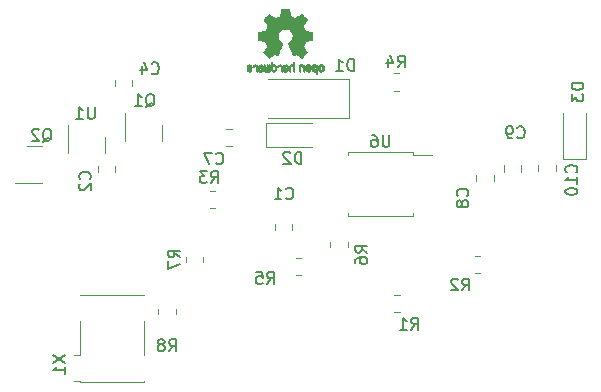
<source format=gbr>
%TF.GenerationSoftware,KiCad,Pcbnew,6.0.11-2627ca5db0~126~ubuntu22.04.1*%
%TF.CreationDate,2023-03-05T23:39:48-05:00*%
%TF.ProjectId,canbus-kline-bridge,63616e62-7573-42d6-9b6c-696e652d6272,1.0*%
%TF.SameCoordinates,Original*%
%TF.FileFunction,Legend,Bot*%
%TF.FilePolarity,Positive*%
%FSLAX46Y46*%
G04 Gerber Fmt 4.6, Leading zero omitted, Abs format (unit mm)*
G04 Created by KiCad (PCBNEW 6.0.11-2627ca5db0~126~ubuntu22.04.1) date 2023-03-05 23:39:48*
%MOMM*%
%LPD*%
G01*
G04 APERTURE LIST*
%ADD10C,0.150000*%
%ADD11C,0.120000*%
%ADD12C,0.010000*%
G04 APERTURE END LIST*
D10*
%TO.C,R8*%
X73736666Y-100392380D02*
X74070000Y-99916190D01*
X74308095Y-100392380D02*
X74308095Y-99392380D01*
X73927142Y-99392380D01*
X73831904Y-99440000D01*
X73784285Y-99487619D01*
X73736666Y-99582857D01*
X73736666Y-99725714D01*
X73784285Y-99820952D01*
X73831904Y-99868571D01*
X73927142Y-99916190D01*
X74308095Y-99916190D01*
X73165238Y-99820952D02*
X73260476Y-99773333D01*
X73308095Y-99725714D01*
X73355714Y-99630476D01*
X73355714Y-99582857D01*
X73308095Y-99487619D01*
X73260476Y-99440000D01*
X73165238Y-99392380D01*
X72974761Y-99392380D01*
X72879523Y-99440000D01*
X72831904Y-99487619D01*
X72784285Y-99582857D01*
X72784285Y-99630476D01*
X72831904Y-99725714D01*
X72879523Y-99773333D01*
X72974761Y-99820952D01*
X73165238Y-99820952D01*
X73260476Y-99868571D01*
X73308095Y-99916190D01*
X73355714Y-100011428D01*
X73355714Y-100201904D01*
X73308095Y-100297142D01*
X73260476Y-100344761D01*
X73165238Y-100392380D01*
X72974761Y-100392380D01*
X72879523Y-100344761D01*
X72831904Y-100297142D01*
X72784285Y-100201904D01*
X72784285Y-100011428D01*
X72831904Y-99916190D01*
X72879523Y-99868571D01*
X72974761Y-99820952D01*
%TO.C,R3*%
X77276666Y-86147380D02*
X77610000Y-85671190D01*
X77848095Y-86147380D02*
X77848095Y-85147380D01*
X77467142Y-85147380D01*
X77371904Y-85195000D01*
X77324285Y-85242619D01*
X77276666Y-85337857D01*
X77276666Y-85480714D01*
X77324285Y-85575952D01*
X77371904Y-85623571D01*
X77467142Y-85671190D01*
X77848095Y-85671190D01*
X76943333Y-85147380D02*
X76324285Y-85147380D01*
X76657619Y-85528333D01*
X76514761Y-85528333D01*
X76419523Y-85575952D01*
X76371904Y-85623571D01*
X76324285Y-85718809D01*
X76324285Y-85956904D01*
X76371904Y-86052142D01*
X76419523Y-86099761D01*
X76514761Y-86147380D01*
X76800476Y-86147380D01*
X76895714Y-86099761D01*
X76943333Y-86052142D01*
%TO.C,X1*%
X63932380Y-100740476D02*
X64932380Y-101407142D01*
X63932380Y-101407142D02*
X64932380Y-100740476D01*
X64932380Y-102311904D02*
X64932380Y-101740476D01*
X64932380Y-102026190D02*
X63932380Y-102026190D01*
X64075238Y-101930952D01*
X64170476Y-101835714D01*
X64218095Y-101740476D01*
%TO.C,R7*%
X74672380Y-92453333D02*
X74196190Y-92120000D01*
X74672380Y-91881904D02*
X73672380Y-91881904D01*
X73672380Y-92262857D01*
X73720000Y-92358095D01*
X73767619Y-92405714D01*
X73862857Y-92453333D01*
X74005714Y-92453333D01*
X74100952Y-92405714D01*
X74148571Y-92358095D01*
X74196190Y-92262857D01*
X74196190Y-91881904D01*
X73672380Y-92786666D02*
X73672380Y-93453333D01*
X74672380Y-93024761D01*
%TO.C,R6*%
X90512380Y-92043333D02*
X90036190Y-91710000D01*
X90512380Y-91471904D02*
X89512380Y-91471904D01*
X89512380Y-91852857D01*
X89560000Y-91948095D01*
X89607619Y-91995714D01*
X89702857Y-92043333D01*
X89845714Y-92043333D01*
X89940952Y-91995714D01*
X89988571Y-91948095D01*
X90036190Y-91852857D01*
X90036190Y-91471904D01*
X89512380Y-92900476D02*
X89512380Y-92710000D01*
X89560000Y-92614761D01*
X89607619Y-92567142D01*
X89750476Y-92471904D01*
X89940952Y-92424285D01*
X90321904Y-92424285D01*
X90417142Y-92471904D01*
X90464761Y-92519523D01*
X90512380Y-92614761D01*
X90512380Y-92805238D01*
X90464761Y-92900476D01*
X90417142Y-92948095D01*
X90321904Y-92995714D01*
X90083809Y-92995714D01*
X89988571Y-92948095D01*
X89940952Y-92900476D01*
X89893333Y-92805238D01*
X89893333Y-92614761D01*
X89940952Y-92519523D01*
X89988571Y-92471904D01*
X90083809Y-92424285D01*
%TO.C,R5*%
X82036666Y-94682380D02*
X82370000Y-94206190D01*
X82608095Y-94682380D02*
X82608095Y-93682380D01*
X82227142Y-93682380D01*
X82131904Y-93730000D01*
X82084285Y-93777619D01*
X82036666Y-93872857D01*
X82036666Y-94015714D01*
X82084285Y-94110952D01*
X82131904Y-94158571D01*
X82227142Y-94206190D01*
X82608095Y-94206190D01*
X81131904Y-93682380D02*
X81608095Y-93682380D01*
X81655714Y-94158571D01*
X81608095Y-94110952D01*
X81512857Y-94063333D01*
X81274761Y-94063333D01*
X81179523Y-94110952D01*
X81131904Y-94158571D01*
X81084285Y-94253809D01*
X81084285Y-94491904D01*
X81131904Y-94587142D01*
X81179523Y-94634761D01*
X81274761Y-94682380D01*
X81512857Y-94682380D01*
X81608095Y-94634761D01*
X81655714Y-94587142D01*
%TO.C,U6*%
X92391904Y-82112380D02*
X92391904Y-82921904D01*
X92344285Y-83017142D01*
X92296666Y-83064761D01*
X92201428Y-83112380D01*
X92010952Y-83112380D01*
X91915714Y-83064761D01*
X91868095Y-83017142D01*
X91820476Y-82921904D01*
X91820476Y-82112380D01*
X90915714Y-82112380D02*
X91106190Y-82112380D01*
X91201428Y-82160000D01*
X91249047Y-82207619D01*
X91344285Y-82350476D01*
X91391904Y-82540952D01*
X91391904Y-82921904D01*
X91344285Y-83017142D01*
X91296666Y-83064761D01*
X91201428Y-83112380D01*
X91010952Y-83112380D01*
X90915714Y-83064761D01*
X90868095Y-83017142D01*
X90820476Y-82921904D01*
X90820476Y-82683809D01*
X90868095Y-82588571D01*
X90915714Y-82540952D01*
X91010952Y-82493333D01*
X91201428Y-82493333D01*
X91296666Y-82540952D01*
X91344285Y-82588571D01*
X91391904Y-82683809D01*
%TO.C,R4*%
X93106666Y-76362380D02*
X93440000Y-75886190D01*
X93678095Y-76362380D02*
X93678095Y-75362380D01*
X93297142Y-75362380D01*
X93201904Y-75410000D01*
X93154285Y-75457619D01*
X93106666Y-75552857D01*
X93106666Y-75695714D01*
X93154285Y-75790952D01*
X93201904Y-75838571D01*
X93297142Y-75886190D01*
X93678095Y-75886190D01*
X92249523Y-75695714D02*
X92249523Y-76362380D01*
X92487619Y-75314761D02*
X92725714Y-76029047D01*
X92106666Y-76029047D01*
%TO.C,D3*%
X108822380Y-77701904D02*
X107822380Y-77701904D01*
X107822380Y-77940000D01*
X107870000Y-78082857D01*
X107965238Y-78178095D01*
X108060476Y-78225714D01*
X108250952Y-78273333D01*
X108393809Y-78273333D01*
X108584285Y-78225714D01*
X108679523Y-78178095D01*
X108774761Y-78082857D01*
X108822380Y-77940000D01*
X108822380Y-77701904D01*
X107822380Y-78606666D02*
X107822380Y-79225714D01*
X108203333Y-78892380D01*
X108203333Y-79035238D01*
X108250952Y-79130476D01*
X108298571Y-79178095D01*
X108393809Y-79225714D01*
X108631904Y-79225714D01*
X108727142Y-79178095D01*
X108774761Y-79130476D01*
X108822380Y-79035238D01*
X108822380Y-78749523D01*
X108774761Y-78654285D01*
X108727142Y-78606666D01*
%TO.C,D2*%
X84938095Y-84522380D02*
X84938095Y-83522380D01*
X84700000Y-83522380D01*
X84557142Y-83570000D01*
X84461904Y-83665238D01*
X84414285Y-83760476D01*
X84366666Y-83950952D01*
X84366666Y-84093809D01*
X84414285Y-84284285D01*
X84461904Y-84379523D01*
X84557142Y-84474761D01*
X84700000Y-84522380D01*
X84938095Y-84522380D01*
X83985714Y-83617619D02*
X83938095Y-83570000D01*
X83842857Y-83522380D01*
X83604761Y-83522380D01*
X83509523Y-83570000D01*
X83461904Y-83617619D01*
X83414285Y-83712857D01*
X83414285Y-83808095D01*
X83461904Y-83950952D01*
X84033333Y-84522380D01*
X83414285Y-84522380D01*
%TO.C,D1*%
X89398095Y-76642380D02*
X89398095Y-75642380D01*
X89160000Y-75642380D01*
X89017142Y-75690000D01*
X88921904Y-75785238D01*
X88874285Y-75880476D01*
X88826666Y-76070952D01*
X88826666Y-76213809D01*
X88874285Y-76404285D01*
X88921904Y-76499523D01*
X89017142Y-76594761D01*
X89160000Y-76642380D01*
X89398095Y-76642380D01*
X87874285Y-76642380D02*
X88445714Y-76642380D01*
X88160000Y-76642380D02*
X88160000Y-75642380D01*
X88255238Y-75785238D01*
X88350476Y-75880476D01*
X88445714Y-75928095D01*
%TO.C,C10*%
X108207142Y-85267142D02*
X108254761Y-85219523D01*
X108302380Y-85076666D01*
X108302380Y-84981428D01*
X108254761Y-84838571D01*
X108159523Y-84743333D01*
X108064285Y-84695714D01*
X107873809Y-84648095D01*
X107730952Y-84648095D01*
X107540476Y-84695714D01*
X107445238Y-84743333D01*
X107350000Y-84838571D01*
X107302380Y-84981428D01*
X107302380Y-85076666D01*
X107350000Y-85219523D01*
X107397619Y-85267142D01*
X108302380Y-86219523D02*
X108302380Y-85648095D01*
X108302380Y-85933809D02*
X107302380Y-85933809D01*
X107445238Y-85838571D01*
X107540476Y-85743333D01*
X107588095Y-85648095D01*
X107302380Y-86838571D02*
X107302380Y-86933809D01*
X107350000Y-87029047D01*
X107397619Y-87076666D01*
X107492857Y-87124285D01*
X107683333Y-87171904D01*
X107921428Y-87171904D01*
X108111904Y-87124285D01*
X108207142Y-87076666D01*
X108254761Y-87029047D01*
X108302380Y-86933809D01*
X108302380Y-86838571D01*
X108254761Y-86743333D01*
X108207142Y-86695714D01*
X108111904Y-86648095D01*
X107921428Y-86600476D01*
X107683333Y-86600476D01*
X107492857Y-86648095D01*
X107397619Y-86695714D01*
X107350000Y-86743333D01*
X107302380Y-86838571D01*
%TO.C,C9*%
X103226666Y-82277142D02*
X103274285Y-82324761D01*
X103417142Y-82372380D01*
X103512380Y-82372380D01*
X103655238Y-82324761D01*
X103750476Y-82229523D01*
X103798095Y-82134285D01*
X103845714Y-81943809D01*
X103845714Y-81800952D01*
X103798095Y-81610476D01*
X103750476Y-81515238D01*
X103655238Y-81420000D01*
X103512380Y-81372380D01*
X103417142Y-81372380D01*
X103274285Y-81420000D01*
X103226666Y-81467619D01*
X102750476Y-82372380D02*
X102560000Y-82372380D01*
X102464761Y-82324761D01*
X102417142Y-82277142D01*
X102321904Y-82134285D01*
X102274285Y-81943809D01*
X102274285Y-81562857D01*
X102321904Y-81467619D01*
X102369523Y-81420000D01*
X102464761Y-81372380D01*
X102655238Y-81372380D01*
X102750476Y-81420000D01*
X102798095Y-81467619D01*
X102845714Y-81562857D01*
X102845714Y-81800952D01*
X102798095Y-81896190D01*
X102750476Y-81943809D01*
X102655238Y-81991428D01*
X102464761Y-81991428D01*
X102369523Y-81943809D01*
X102321904Y-81896190D01*
X102274285Y-81800952D01*
%TO.C,C8*%
X98997142Y-87253333D02*
X99044761Y-87205714D01*
X99092380Y-87062857D01*
X99092380Y-86967619D01*
X99044761Y-86824761D01*
X98949523Y-86729523D01*
X98854285Y-86681904D01*
X98663809Y-86634285D01*
X98520952Y-86634285D01*
X98330476Y-86681904D01*
X98235238Y-86729523D01*
X98140000Y-86824761D01*
X98092380Y-86967619D01*
X98092380Y-87062857D01*
X98140000Y-87205714D01*
X98187619Y-87253333D01*
X98520952Y-87824761D02*
X98473333Y-87729523D01*
X98425714Y-87681904D01*
X98330476Y-87634285D01*
X98282857Y-87634285D01*
X98187619Y-87681904D01*
X98140000Y-87729523D01*
X98092380Y-87824761D01*
X98092380Y-88015238D01*
X98140000Y-88110476D01*
X98187619Y-88158095D01*
X98282857Y-88205714D01*
X98330476Y-88205714D01*
X98425714Y-88158095D01*
X98473333Y-88110476D01*
X98520952Y-88015238D01*
X98520952Y-87824761D01*
X98568571Y-87729523D01*
X98616190Y-87681904D01*
X98711428Y-87634285D01*
X98901904Y-87634285D01*
X98997142Y-87681904D01*
X99044761Y-87729523D01*
X99092380Y-87824761D01*
X99092380Y-88015238D01*
X99044761Y-88110476D01*
X98997142Y-88158095D01*
X98901904Y-88205714D01*
X98711428Y-88205714D01*
X98616190Y-88158095D01*
X98568571Y-88110476D01*
X98520952Y-88015238D01*
%TO.C,C7*%
X77716666Y-84487142D02*
X77764285Y-84534761D01*
X77907142Y-84582380D01*
X78002380Y-84582380D01*
X78145238Y-84534761D01*
X78240476Y-84439523D01*
X78288095Y-84344285D01*
X78335714Y-84153809D01*
X78335714Y-84010952D01*
X78288095Y-83820476D01*
X78240476Y-83725238D01*
X78145238Y-83630000D01*
X78002380Y-83582380D01*
X77907142Y-83582380D01*
X77764285Y-83630000D01*
X77716666Y-83677619D01*
X77383333Y-83582380D02*
X76716666Y-83582380D01*
X77145238Y-84582380D01*
%TO.C,U1*%
X67436904Y-79727380D02*
X67436904Y-80536904D01*
X67389285Y-80632142D01*
X67341666Y-80679761D01*
X67246428Y-80727380D01*
X67055952Y-80727380D01*
X66960714Y-80679761D01*
X66913095Y-80632142D01*
X66865476Y-80536904D01*
X66865476Y-79727380D01*
X65865476Y-80727380D02*
X66436904Y-80727380D01*
X66151190Y-80727380D02*
X66151190Y-79727380D01*
X66246428Y-79870238D01*
X66341666Y-79965476D01*
X66436904Y-80013095D01*
%TO.C,R1*%
X94246666Y-98572380D02*
X94580000Y-98096190D01*
X94818095Y-98572380D02*
X94818095Y-97572380D01*
X94437142Y-97572380D01*
X94341904Y-97620000D01*
X94294285Y-97667619D01*
X94246666Y-97762857D01*
X94246666Y-97905714D01*
X94294285Y-98000952D01*
X94341904Y-98048571D01*
X94437142Y-98096190D01*
X94818095Y-98096190D01*
X93294285Y-98572380D02*
X93865714Y-98572380D01*
X93580000Y-98572380D02*
X93580000Y-97572380D01*
X93675238Y-97715238D01*
X93770476Y-97810476D01*
X93865714Y-97858095D01*
%TO.C,C1*%
X83636666Y-87457142D02*
X83684285Y-87504761D01*
X83827142Y-87552380D01*
X83922380Y-87552380D01*
X84065238Y-87504761D01*
X84160476Y-87409523D01*
X84208095Y-87314285D01*
X84255714Y-87123809D01*
X84255714Y-86980952D01*
X84208095Y-86790476D01*
X84160476Y-86695238D01*
X84065238Y-86600000D01*
X83922380Y-86552380D01*
X83827142Y-86552380D01*
X83684285Y-86600000D01*
X83636666Y-86647619D01*
X82684285Y-87552380D02*
X83255714Y-87552380D01*
X82970000Y-87552380D02*
X82970000Y-86552380D01*
X83065238Y-86695238D01*
X83160476Y-86790476D01*
X83255714Y-86838095D01*
%TO.C,C4*%
X72266666Y-76857142D02*
X72314285Y-76904761D01*
X72457142Y-76952380D01*
X72552380Y-76952380D01*
X72695238Y-76904761D01*
X72790476Y-76809523D01*
X72838095Y-76714285D01*
X72885714Y-76523809D01*
X72885714Y-76380952D01*
X72838095Y-76190476D01*
X72790476Y-76095238D01*
X72695238Y-76000000D01*
X72552380Y-75952380D01*
X72457142Y-75952380D01*
X72314285Y-76000000D01*
X72266666Y-76047619D01*
X71409523Y-76285714D02*
X71409523Y-76952380D01*
X71647619Y-75904761D02*
X71885714Y-76619047D01*
X71266666Y-76619047D01*
%TO.C,C2*%
X67032142Y-85833333D02*
X67079761Y-85785714D01*
X67127380Y-85642857D01*
X67127380Y-85547619D01*
X67079761Y-85404761D01*
X66984523Y-85309523D01*
X66889285Y-85261904D01*
X66698809Y-85214285D01*
X66555952Y-85214285D01*
X66365476Y-85261904D01*
X66270238Y-85309523D01*
X66175000Y-85404761D01*
X66127380Y-85547619D01*
X66127380Y-85642857D01*
X66175000Y-85785714D01*
X66222619Y-85833333D01*
X66222619Y-86214285D02*
X66175000Y-86261904D01*
X66127380Y-86357142D01*
X66127380Y-86595238D01*
X66175000Y-86690476D01*
X66222619Y-86738095D01*
X66317857Y-86785714D01*
X66413095Y-86785714D01*
X66555952Y-86738095D01*
X67127380Y-86166666D01*
X67127380Y-86785714D01*
%TO.C,Q2*%
X63045238Y-82672619D02*
X63140476Y-82625000D01*
X63235714Y-82529761D01*
X63378571Y-82386904D01*
X63473809Y-82339285D01*
X63569047Y-82339285D01*
X63521428Y-82577380D02*
X63616666Y-82529761D01*
X63711904Y-82434523D01*
X63759523Y-82244047D01*
X63759523Y-81910714D01*
X63711904Y-81720238D01*
X63616666Y-81625000D01*
X63521428Y-81577380D01*
X63330952Y-81577380D01*
X63235714Y-81625000D01*
X63140476Y-81720238D01*
X63092857Y-81910714D01*
X63092857Y-82244047D01*
X63140476Y-82434523D01*
X63235714Y-82529761D01*
X63330952Y-82577380D01*
X63521428Y-82577380D01*
X62711904Y-81672619D02*
X62664285Y-81625000D01*
X62569047Y-81577380D01*
X62330952Y-81577380D01*
X62235714Y-81625000D01*
X62188095Y-81672619D01*
X62140476Y-81767857D01*
X62140476Y-81863095D01*
X62188095Y-82005952D01*
X62759523Y-82577380D01*
X62140476Y-82577380D01*
%TO.C,Q1*%
X71770238Y-79722619D02*
X71865476Y-79675000D01*
X71960714Y-79579761D01*
X72103571Y-79436904D01*
X72198809Y-79389285D01*
X72294047Y-79389285D01*
X72246428Y-79627380D02*
X72341666Y-79579761D01*
X72436904Y-79484523D01*
X72484523Y-79294047D01*
X72484523Y-78960714D01*
X72436904Y-78770238D01*
X72341666Y-78675000D01*
X72246428Y-78627380D01*
X72055952Y-78627380D01*
X71960714Y-78675000D01*
X71865476Y-78770238D01*
X71817857Y-78960714D01*
X71817857Y-79294047D01*
X71865476Y-79484523D01*
X71960714Y-79579761D01*
X72055952Y-79627380D01*
X72246428Y-79627380D01*
X70865476Y-79627380D02*
X71436904Y-79627380D01*
X71151190Y-79627380D02*
X71151190Y-78627380D01*
X71246428Y-78770238D01*
X71341666Y-78865476D01*
X71436904Y-78913095D01*
%TO.C,R2*%
X98561666Y-95257380D02*
X98895000Y-94781190D01*
X99133095Y-95257380D02*
X99133095Y-94257380D01*
X98752142Y-94257380D01*
X98656904Y-94305000D01*
X98609285Y-94352619D01*
X98561666Y-94447857D01*
X98561666Y-94590714D01*
X98609285Y-94685952D01*
X98656904Y-94733571D01*
X98752142Y-94781190D01*
X99133095Y-94781190D01*
X98180714Y-94352619D02*
X98133095Y-94305000D01*
X98037857Y-94257380D01*
X97799761Y-94257380D01*
X97704523Y-94305000D01*
X97656904Y-94352619D01*
X97609285Y-94447857D01*
X97609285Y-94543095D01*
X97656904Y-94685952D01*
X98228333Y-95257380D01*
X97609285Y-95257380D01*
D11*
%TO.C,R8*%
X74305000Y-97247064D02*
X74305000Y-96792936D01*
X72835000Y-97247064D02*
X72835000Y-96792936D01*
%TO.C,R3*%
X77182936Y-88305000D02*
X77637064Y-88305000D01*
X77182936Y-86835000D02*
X77637064Y-86835000D01*
%TO.C,X1*%
X66160000Y-97860000D02*
X66160000Y-100740000D01*
X71640000Y-95660000D02*
X71640000Y-95600000D01*
X71640000Y-103000000D02*
X71640000Y-102940000D01*
X65700000Y-102940000D02*
X66160000Y-102940000D01*
X66160000Y-103000000D02*
X71640000Y-103000000D01*
X71640000Y-95600000D02*
X66160000Y-95600000D01*
X66160000Y-95600000D02*
X66160000Y-95660000D01*
X66160000Y-102940000D02*
X66160000Y-103000000D01*
X71640000Y-100740000D02*
X71640000Y-97860000D01*
X66160000Y-100740000D02*
X65700000Y-100740000D01*
%TO.C,R7*%
X75135000Y-92392936D02*
X75135000Y-92847064D01*
X76605000Y-92392936D02*
X76605000Y-92847064D01*
%TO.C,R6*%
X88855000Y-91587064D02*
X88855000Y-91132936D01*
X87385000Y-91587064D02*
X87385000Y-91132936D01*
%TO.C,R5*%
X84462936Y-93935000D02*
X84917064Y-93935000D01*
X84462936Y-92465000D02*
X84917064Y-92465000D01*
%TO.C,U6*%
X94355000Y-88945000D02*
X94355000Y-88685000D01*
X94355000Y-83755000D02*
X96030000Y-83755000D01*
X91630000Y-83495000D02*
X94355000Y-83495000D01*
X94355000Y-83495000D02*
X94355000Y-83755000D01*
X88905000Y-88945000D02*
X88905000Y-88685000D01*
X91630000Y-88945000D02*
X88905000Y-88945000D01*
X91630000Y-88945000D02*
X94355000Y-88945000D01*
X88905000Y-83495000D02*
X88905000Y-83755000D01*
X91630000Y-83495000D02*
X88905000Y-83495000D01*
%TO.C,R4*%
X92772936Y-78325000D02*
X93227064Y-78325000D01*
X92772936Y-76855000D02*
X93227064Y-76855000D01*
%TO.C,D3*%
X109080000Y-84130000D02*
X109080000Y-80230000D01*
X109080000Y-84130000D02*
X107080000Y-84130000D01*
X107080000Y-84130000D02*
X107080000Y-80230000D01*
%TO.C,D2*%
X81950000Y-83070000D02*
X85850000Y-83070000D01*
X81950000Y-83070000D02*
X81950000Y-81070000D01*
X81950000Y-81070000D02*
X85850000Y-81070000D01*
%TO.C,D1*%
X89010000Y-80630000D02*
X82110000Y-80630000D01*
X89010000Y-77330000D02*
X89010000Y-80630000D01*
X89010000Y-77330000D02*
X82110000Y-77330000D01*
%TO.C,C10*%
X104995000Y-84656248D02*
X104995000Y-85178752D01*
X106465000Y-84656248D02*
X106465000Y-85178752D01*
%TO.C,C9*%
X103535000Y-85193752D02*
X103535000Y-84671248D01*
X102065000Y-85193752D02*
X102065000Y-84671248D01*
%TO.C,C8*%
X99745000Y-85496248D02*
X99745000Y-86018752D01*
X101215000Y-85496248D02*
X101215000Y-86018752D01*
%TO.C,C7*%
X78563748Y-81565000D02*
X79086252Y-81565000D01*
X78563748Y-83035000D02*
X79086252Y-83035000D01*
%TO.C,U1*%
X68285000Y-82925000D02*
X68285000Y-82275000D01*
X65165000Y-82925000D02*
X65165000Y-83575000D01*
X65165000Y-82925000D02*
X65165000Y-81250000D01*
X68285000Y-82925000D02*
X68285000Y-83575000D01*
%TO.C,R1*%
X92822936Y-95625000D02*
X93277064Y-95625000D01*
X92822936Y-97095000D02*
X93277064Y-97095000D01*
%TO.C,C1*%
X82715000Y-90111252D02*
X82715000Y-89588748D01*
X84185000Y-90111252D02*
X84185000Y-89588748D01*
%TO.C,C4*%
X69165000Y-77936252D02*
X69165000Y-77413748D01*
X70635000Y-77936252D02*
X70635000Y-77413748D01*
%TO.C,C2*%
X69160000Y-84726248D02*
X69160000Y-85248752D01*
X67690000Y-84726248D02*
X67690000Y-85248752D01*
%TO.C,Q2*%
X62375000Y-86135000D02*
X60700000Y-86135000D01*
X62375000Y-83015000D02*
X63025000Y-83015000D01*
X62375000Y-86135000D02*
X63025000Y-86135000D01*
X62375000Y-83015000D02*
X61725000Y-83015000D01*
%TO.C,REF\u002A\u002A*%
G36*
X83664483Y-76135569D02*
G01*
X83714376Y-76164661D01*
X83736325Y-76187327D01*
X83778504Y-76255082D01*
X83792714Y-76328950D01*
X83792714Y-76379770D01*
X83745999Y-76360128D01*
X83713692Y-76340308D01*
X83688231Y-76299160D01*
X83685616Y-76290675D01*
X83657478Y-76247451D01*
X83615067Y-76224103D01*
X83566370Y-76223100D01*
X83519373Y-76246914D01*
X83512357Y-76253056D01*
X83488893Y-76279745D01*
X83485019Y-76303014D01*
X83502768Y-76325862D01*
X83544179Y-76351287D01*
X83611286Y-76382288D01*
X83615824Y-76384252D01*
X83690322Y-76418990D01*
X83741203Y-76449763D01*
X83772525Y-76480488D01*
X83788343Y-76515082D01*
X83792714Y-76557462D01*
X83786986Y-76604446D01*
X83758062Y-76664585D01*
X83707178Y-76707788D01*
X83670374Y-76720759D01*
X83618434Y-76727856D01*
X83567999Y-76726340D01*
X83531983Y-76715632D01*
X83528158Y-76712966D01*
X83517998Y-76694337D01*
X83525048Y-76661505D01*
X83537297Y-76635735D01*
X83556939Y-76625006D01*
X83594191Y-76625539D01*
X83645908Y-76622462D01*
X83679701Y-76601212D01*
X83691114Y-76561877D01*
X83691104Y-76560747D01*
X83684187Y-76537913D01*
X83660659Y-76516963D01*
X83614914Y-76492815D01*
X83552704Y-76463741D01*
X83511499Y-76447925D01*
X83487712Y-76448944D01*
X83476597Y-76469837D01*
X83473408Y-76513641D01*
X83473400Y-76583393D01*
X83473044Y-76626452D01*
X83471413Y-76679626D01*
X83468761Y-76716022D01*
X83465422Y-76729514D01*
X83464530Y-76729423D01*
X83445237Y-76722110D01*
X83413284Y-76706678D01*
X83369124Y-76683842D01*
X83374371Y-76478078D01*
X83374736Y-76464432D01*
X83378904Y-76368651D01*
X83386268Y-76296462D01*
X83398330Y-76243058D01*
X83416593Y-76203633D01*
X83442560Y-76173380D01*
X83477733Y-76147493D01*
X83478384Y-76147087D01*
X83535256Y-76125968D01*
X83601033Y-76122400D01*
X83664483Y-76135569D01*
G37*
D12*
X83664483Y-76135569D02*
X83714376Y-76164661D01*
X83736325Y-76187327D01*
X83778504Y-76255082D01*
X83792714Y-76328950D01*
X83792714Y-76379770D01*
X83745999Y-76360128D01*
X83713692Y-76340308D01*
X83688231Y-76299160D01*
X83685616Y-76290675D01*
X83657478Y-76247451D01*
X83615067Y-76224103D01*
X83566370Y-76223100D01*
X83519373Y-76246914D01*
X83512357Y-76253056D01*
X83488893Y-76279745D01*
X83485019Y-76303014D01*
X83502768Y-76325862D01*
X83544179Y-76351287D01*
X83611286Y-76382288D01*
X83615824Y-76384252D01*
X83690322Y-76418990D01*
X83741203Y-76449763D01*
X83772525Y-76480488D01*
X83788343Y-76515082D01*
X83792714Y-76557462D01*
X83786986Y-76604446D01*
X83758062Y-76664585D01*
X83707178Y-76707788D01*
X83670374Y-76720759D01*
X83618434Y-76727856D01*
X83567999Y-76726340D01*
X83531983Y-76715632D01*
X83528158Y-76712966D01*
X83517998Y-76694337D01*
X83525048Y-76661505D01*
X83537297Y-76635735D01*
X83556939Y-76625006D01*
X83594191Y-76625539D01*
X83645908Y-76622462D01*
X83679701Y-76601212D01*
X83691114Y-76561877D01*
X83691104Y-76560747D01*
X83684187Y-76537913D01*
X83660659Y-76516963D01*
X83614914Y-76492815D01*
X83552704Y-76463741D01*
X83511499Y-76447925D01*
X83487712Y-76448944D01*
X83476597Y-76469837D01*
X83473408Y-76513641D01*
X83473400Y-76583393D01*
X83473044Y-76626452D01*
X83471413Y-76679626D01*
X83468761Y-76716022D01*
X83465422Y-76729514D01*
X83464530Y-76729423D01*
X83445237Y-76722110D01*
X83413284Y-76706678D01*
X83369124Y-76683842D01*
X83374371Y-76478078D01*
X83374736Y-76464432D01*
X83378904Y-76368651D01*
X83386268Y-76296462D01*
X83398330Y-76243058D01*
X83416593Y-76203633D01*
X83442560Y-76173380D01*
X83477733Y-76147493D01*
X83478384Y-76147087D01*
X83535256Y-76125968D01*
X83601033Y-76122400D01*
X83664483Y-76135569D01*
G36*
X85006020Y-76092822D02*
G01*
X85073810Y-76124680D01*
X85129366Y-76179770D01*
X85140881Y-76197016D01*
X85150432Y-76216562D01*
X85157206Y-76241198D01*
X85161819Y-76275711D01*
X85164888Y-76324889D01*
X85167029Y-76393519D01*
X85168859Y-76486389D01*
X85173404Y-76744007D01*
X85135225Y-76729491D01*
X85100268Y-76716156D01*
X85074097Y-76703323D01*
X85057013Y-76686780D01*
X85047086Y-76661465D01*
X85042386Y-76622316D01*
X85040982Y-76564268D01*
X85040943Y-76482261D01*
X85040744Y-76416895D01*
X85039559Y-76354173D01*
X85036729Y-76311334D01*
X85031609Y-76283220D01*
X85023553Y-76264675D01*
X85011914Y-76250543D01*
X84983303Y-76230600D01*
X84935239Y-76223083D01*
X84887688Y-76242079D01*
X84884550Y-76244511D01*
X84874769Y-76255748D01*
X84867553Y-76273770D01*
X84862299Y-76303026D01*
X84858402Y-76347962D01*
X84855256Y-76413028D01*
X84852257Y-76502670D01*
X84845000Y-76742697D01*
X84783314Y-76715044D01*
X84721629Y-76687391D01*
X84721629Y-76468246D01*
X84721884Y-76408711D01*
X84724086Y-76325892D01*
X84729661Y-76264227D01*
X84739941Y-76218748D01*
X84756258Y-76184484D01*
X84779943Y-76156466D01*
X84812328Y-76129723D01*
X84858907Y-76102780D01*
X84932287Y-76085191D01*
X85006020Y-76092822D01*
G37*
X85006020Y-76092822D02*
X85073810Y-76124680D01*
X85129366Y-76179770D01*
X85140881Y-76197016D01*
X85150432Y-76216562D01*
X85157206Y-76241198D01*
X85161819Y-76275711D01*
X85164888Y-76324889D01*
X85167029Y-76393519D01*
X85168859Y-76486389D01*
X85173404Y-76744007D01*
X85135225Y-76729491D01*
X85100268Y-76716156D01*
X85074097Y-76703323D01*
X85057013Y-76686780D01*
X85047086Y-76661465D01*
X85042386Y-76622316D01*
X85040982Y-76564268D01*
X85040943Y-76482261D01*
X85040744Y-76416895D01*
X85039559Y-76354173D01*
X85036729Y-76311334D01*
X85031609Y-76283220D01*
X85023553Y-76264675D01*
X85011914Y-76250543D01*
X84983303Y-76230600D01*
X84935239Y-76223083D01*
X84887688Y-76242079D01*
X84884550Y-76244511D01*
X84874769Y-76255748D01*
X84867553Y-76273770D01*
X84862299Y-76303026D01*
X84858402Y-76347962D01*
X84855256Y-76413028D01*
X84852257Y-76502670D01*
X84845000Y-76742697D01*
X84783314Y-76715044D01*
X84721629Y-76687391D01*
X84721629Y-76468246D01*
X84721884Y-76408711D01*
X84724086Y-76325892D01*
X84729661Y-76264227D01*
X84739941Y-76218748D01*
X84756258Y-76184484D01*
X84779943Y-76156466D01*
X84812328Y-76129723D01*
X84858907Y-76102780D01*
X84932287Y-76085191D01*
X85006020Y-76092822D01*
G36*
X81057829Y-76126097D02*
G01*
X81117753Y-76148355D01*
X81142673Y-76165080D01*
X81167910Y-76189043D01*
X81185912Y-76219526D01*
X81197858Y-76261023D01*
X81204930Y-76318032D01*
X81208308Y-76395047D01*
X81209171Y-76496565D01*
X81209002Y-76549027D01*
X81208153Y-76620715D01*
X81206711Y-76677925D01*
X81204814Y-76715809D01*
X81202597Y-76729514D01*
X81188172Y-76724981D01*
X81159054Y-76712670D01*
X81158181Y-76712272D01*
X81143060Y-76704356D01*
X81132891Y-76693495D01*
X81126691Y-76674471D01*
X81123478Y-76642069D01*
X81122270Y-76591071D01*
X81122086Y-76516261D01*
X81121714Y-76468804D01*
X81117750Y-76379615D01*
X81108673Y-76314287D01*
X81093524Y-76269393D01*
X81071345Y-76241507D01*
X81041175Y-76227203D01*
X81036990Y-76226206D01*
X80980480Y-76225427D01*
X80936410Y-76250744D01*
X80905972Y-76301502D01*
X80900544Y-76316175D01*
X80888171Y-76348649D01*
X80881905Y-76363572D01*
X80869036Y-76361516D01*
X80840933Y-76350357D01*
X80814721Y-76331927D01*
X80802771Y-76297098D01*
X80806336Y-76272151D01*
X80828235Y-76221547D01*
X80863644Y-76174128D01*
X80905052Y-76141334D01*
X80922400Y-76133752D01*
X80988089Y-76121076D01*
X81057829Y-76126097D01*
G37*
X81057829Y-76126097D02*
X81117753Y-76148355D01*
X81142673Y-76165080D01*
X81167910Y-76189043D01*
X81185912Y-76219526D01*
X81197858Y-76261023D01*
X81204930Y-76318032D01*
X81208308Y-76395047D01*
X81209171Y-76496565D01*
X81209002Y-76549027D01*
X81208153Y-76620715D01*
X81206711Y-76677925D01*
X81204814Y-76715809D01*
X81202597Y-76729514D01*
X81188172Y-76724981D01*
X81159054Y-76712670D01*
X81158181Y-76712272D01*
X81143060Y-76704356D01*
X81132891Y-76693495D01*
X81126691Y-76674471D01*
X81123478Y-76642069D01*
X81122270Y-76591071D01*
X81122086Y-76516261D01*
X81121714Y-76468804D01*
X81117750Y-76379615D01*
X81108673Y-76314287D01*
X81093524Y-76269393D01*
X81071345Y-76241507D01*
X81041175Y-76227203D01*
X81036990Y-76226206D01*
X80980480Y-76225427D01*
X80936410Y-76250744D01*
X80905972Y-76301502D01*
X80900544Y-76316175D01*
X80888171Y-76348649D01*
X80881905Y-76363572D01*
X80869036Y-76361516D01*
X80840933Y-76350357D01*
X80814721Y-76331927D01*
X80802771Y-76297098D01*
X80806336Y-76272151D01*
X80828235Y-76221547D01*
X80863644Y-76174128D01*
X80905052Y-76141334D01*
X80922400Y-76133752D01*
X80988089Y-76121076D01*
X81057829Y-76126097D01*
G36*
X85732684Y-76479078D02*
G01*
X85730078Y-76502387D01*
X85710660Y-76585352D01*
X85675573Y-76648448D01*
X85622212Y-76696808D01*
X85619196Y-76698804D01*
X85551362Y-76727185D01*
X85480535Y-76729711D01*
X85412289Y-76708097D01*
X85352196Y-76664062D01*
X85305829Y-76599322D01*
X85305050Y-76597761D01*
X85289643Y-76557558D01*
X85278357Y-76511866D01*
X85272370Y-76468972D01*
X85272861Y-76437160D01*
X85281007Y-76424714D01*
X85288244Y-76425471D01*
X85322851Y-76439235D01*
X85362078Y-76464546D01*
X85395448Y-76493845D01*
X85412483Y-76519572D01*
X85430192Y-76554471D01*
X85466485Y-76586212D01*
X85508630Y-76598886D01*
X85524077Y-76595221D01*
X85554569Y-76576774D01*
X85581128Y-76551166D01*
X85592486Y-76527934D01*
X85592482Y-76527848D01*
X85579596Y-76517179D01*
X85545241Y-76497933D01*
X85494593Y-76472813D01*
X85432829Y-76444524D01*
X85432489Y-76444374D01*
X85365388Y-76414498D01*
X85320411Y-76392973D01*
X85293145Y-76376437D01*
X85279178Y-76361531D01*
X85274097Y-76344893D01*
X85273490Y-76323162D01*
X85277712Y-76282013D01*
X85421000Y-76282013D01*
X85435791Y-76294949D01*
X85472644Y-76314333D01*
X85473725Y-76314881D01*
X85517205Y-76335587D01*
X85556102Y-76352105D01*
X85580778Y-76359093D01*
X85590676Y-76349753D01*
X85592486Y-76317748D01*
X85584966Y-76277915D01*
X85558897Y-76241717D01*
X85521154Y-76222950D01*
X85479077Y-76224845D01*
X85440005Y-76250632D01*
X85424647Y-76268451D01*
X85421000Y-76282013D01*
X85277712Y-76282013D01*
X85278833Y-76271086D01*
X85305251Y-76200335D01*
X85349473Y-76144735D01*
X85406697Y-76106239D01*
X85472120Y-76086797D01*
X85540937Y-76088359D01*
X85608347Y-76112878D01*
X85669544Y-76162302D01*
X85703450Y-76211212D01*
X85727806Y-76281027D01*
X85731767Y-76317748D01*
X85737299Y-76369055D01*
X85732684Y-76479078D01*
G37*
X85732684Y-76479078D02*
X85730078Y-76502387D01*
X85710660Y-76585352D01*
X85675573Y-76648448D01*
X85622212Y-76696808D01*
X85619196Y-76698804D01*
X85551362Y-76727185D01*
X85480535Y-76729711D01*
X85412289Y-76708097D01*
X85352196Y-76664062D01*
X85305829Y-76599322D01*
X85305050Y-76597761D01*
X85289643Y-76557558D01*
X85278357Y-76511866D01*
X85272370Y-76468972D01*
X85272861Y-76437160D01*
X85281007Y-76424714D01*
X85288244Y-76425471D01*
X85322851Y-76439235D01*
X85362078Y-76464546D01*
X85395448Y-76493845D01*
X85412483Y-76519572D01*
X85430192Y-76554471D01*
X85466485Y-76586212D01*
X85508630Y-76598886D01*
X85524077Y-76595221D01*
X85554569Y-76576774D01*
X85581128Y-76551166D01*
X85592486Y-76527934D01*
X85592482Y-76527848D01*
X85579596Y-76517179D01*
X85545241Y-76497933D01*
X85494593Y-76472813D01*
X85432829Y-76444524D01*
X85432489Y-76444374D01*
X85365388Y-76414498D01*
X85320411Y-76392973D01*
X85293145Y-76376437D01*
X85279178Y-76361531D01*
X85274097Y-76344893D01*
X85273490Y-76323162D01*
X85277712Y-76282013D01*
X85421000Y-76282013D01*
X85435791Y-76294949D01*
X85472644Y-76314333D01*
X85473725Y-76314881D01*
X85517205Y-76335587D01*
X85556102Y-76352105D01*
X85580778Y-76359093D01*
X85590676Y-76349753D01*
X85592486Y-76317748D01*
X85584966Y-76277915D01*
X85558897Y-76241717D01*
X85521154Y-76222950D01*
X85479077Y-76224845D01*
X85440005Y-76250632D01*
X85424647Y-76268451D01*
X85421000Y-76282013D01*
X85277712Y-76282013D01*
X85278833Y-76271086D01*
X85305251Y-76200335D01*
X85349473Y-76144735D01*
X85406697Y-76106239D01*
X85472120Y-76086797D01*
X85540937Y-76088359D01*
X85608347Y-76112878D01*
X85669544Y-76162302D01*
X85703450Y-76211212D01*
X85727806Y-76281027D01*
X85731767Y-76317748D01*
X85737299Y-76369055D01*
X85732684Y-76479078D01*
G36*
X81542495Y-76121220D02*
G01*
X81573599Y-76129121D01*
X81602559Y-76148817D01*
X81639831Y-76185484D01*
X81663801Y-76211378D01*
X81688770Y-76244997D01*
X81700031Y-76276506D01*
X81702657Y-76316485D01*
X81702657Y-76381917D01*
X81658035Y-76358842D01*
X81622673Y-76330724D01*
X81598451Y-76292848D01*
X81594291Y-76282551D01*
X81562594Y-76242637D01*
X81518554Y-76222624D01*
X81470531Y-76224572D01*
X81426886Y-76250543D01*
X81408420Y-76271635D01*
X81397663Y-76298619D01*
X81409178Y-76322634D01*
X81444981Y-76346791D01*
X81507090Y-76374199D01*
X81516515Y-76377985D01*
X81573058Y-76402759D01*
X81621580Y-76427189D01*
X81652451Y-76446486D01*
X81683371Y-76480953D01*
X81703927Y-76535957D01*
X81701744Y-76594983D01*
X81677424Y-76650845D01*
X81631568Y-76696355D01*
X81594438Y-76715727D01*
X81522711Y-76729292D01*
X81482852Y-76727462D01*
X81445953Y-76717568D01*
X81431797Y-76696806D01*
X81437091Y-76662613D01*
X81438631Y-76658092D01*
X81450842Y-76634116D01*
X81471174Y-76625042D01*
X81509908Y-76625649D01*
X81537257Y-76626474D01*
X81569257Y-76619392D01*
X81591182Y-76598219D01*
X81603670Y-76572152D01*
X81605062Y-76544845D01*
X81604998Y-76544685D01*
X81588807Y-76529930D01*
X81554155Y-76508457D01*
X81509321Y-76484458D01*
X81462582Y-76462125D01*
X81422217Y-76445652D01*
X81396504Y-76439229D01*
X81392679Y-76445518D01*
X81387864Y-76475115D01*
X81384566Y-76523447D01*
X81383343Y-76584372D01*
X81383058Y-76626542D01*
X81381718Y-76679653D01*
X81379528Y-76716025D01*
X81376769Y-76729514D01*
X81362344Y-76724981D01*
X81333226Y-76712670D01*
X81296257Y-76695826D01*
X81296257Y-76479721D01*
X81296493Y-76424327D01*
X81298729Y-76340207D01*
X81304423Y-76277800D01*
X81314903Y-76232358D01*
X81331497Y-76199133D01*
X81355531Y-76173378D01*
X81388333Y-76150344D01*
X81430124Y-76131335D01*
X81507287Y-76119914D01*
X81542495Y-76121220D01*
G37*
X81542495Y-76121220D02*
X81573599Y-76129121D01*
X81602559Y-76148817D01*
X81639831Y-76185484D01*
X81663801Y-76211378D01*
X81688770Y-76244997D01*
X81700031Y-76276506D01*
X81702657Y-76316485D01*
X81702657Y-76381917D01*
X81658035Y-76358842D01*
X81622673Y-76330724D01*
X81598451Y-76292848D01*
X81594291Y-76282551D01*
X81562594Y-76242637D01*
X81518554Y-76222624D01*
X81470531Y-76224572D01*
X81426886Y-76250543D01*
X81408420Y-76271635D01*
X81397663Y-76298619D01*
X81409178Y-76322634D01*
X81444981Y-76346791D01*
X81507090Y-76374199D01*
X81516515Y-76377985D01*
X81573058Y-76402759D01*
X81621580Y-76427189D01*
X81652451Y-76446486D01*
X81683371Y-76480953D01*
X81703927Y-76535957D01*
X81701744Y-76594983D01*
X81677424Y-76650845D01*
X81631568Y-76696355D01*
X81594438Y-76715727D01*
X81522711Y-76729292D01*
X81482852Y-76727462D01*
X81445953Y-76717568D01*
X81431797Y-76696806D01*
X81437091Y-76662613D01*
X81438631Y-76658092D01*
X81450842Y-76634116D01*
X81471174Y-76625042D01*
X81509908Y-76625649D01*
X81537257Y-76626474D01*
X81569257Y-76619392D01*
X81591182Y-76598219D01*
X81603670Y-76572152D01*
X81605062Y-76544845D01*
X81604998Y-76544685D01*
X81588807Y-76529930D01*
X81554155Y-76508457D01*
X81509321Y-76484458D01*
X81462582Y-76462125D01*
X81422217Y-76445652D01*
X81396504Y-76439229D01*
X81392679Y-76445518D01*
X81387864Y-76475115D01*
X81384566Y-76523447D01*
X81383343Y-76584372D01*
X81383058Y-76626542D01*
X81381718Y-76679653D01*
X81379528Y-76716025D01*
X81376769Y-76729514D01*
X81362344Y-76724981D01*
X81333226Y-76712670D01*
X81296257Y-76695826D01*
X81296257Y-76479721D01*
X81296493Y-76424327D01*
X81298729Y-76340207D01*
X81304423Y-76277800D01*
X81314903Y-76232358D01*
X81331497Y-76199133D01*
X81355531Y-76173378D01*
X81388333Y-76150344D01*
X81430124Y-76131335D01*
X81507287Y-76119914D01*
X81542495Y-76121220D01*
G36*
X83688933Y-71417371D02*
G01*
X83764856Y-71417865D01*
X83819491Y-71419135D01*
X83856500Y-71421547D01*
X83879547Y-71425467D01*
X83892296Y-71431262D01*
X83898411Y-71439299D01*
X83901556Y-71449943D01*
X83901646Y-71450325D01*
X83906814Y-71475347D01*
X83916209Y-71523681D01*
X83928867Y-71590260D01*
X83943825Y-71670014D01*
X83960119Y-71757875D01*
X83961448Y-71765064D01*
X83977691Y-71850340D01*
X83992805Y-71925242D01*
X84005808Y-71985219D01*
X84015715Y-72025717D01*
X84021544Y-72042184D01*
X84021575Y-72042210D01*
X84039943Y-72051320D01*
X84077640Y-72066457D01*
X84126543Y-72084358D01*
X84129297Y-72085330D01*
X84191817Y-72108959D01*
X84264543Y-72138595D01*
X84332294Y-72168062D01*
X84443703Y-72218626D01*
X84690399Y-72050160D01*
X84707775Y-72038311D01*
X84782202Y-71987947D01*
X84848614Y-71943612D01*
X84903039Y-71907916D01*
X84941506Y-71883471D01*
X84960042Y-71872889D01*
X84972743Y-71875315D01*
X85001579Y-71894110D01*
X85046143Y-71931330D01*
X85107670Y-71988020D01*
X85187398Y-72065227D01*
X85194532Y-72072255D01*
X85257796Y-72135222D01*
X85313990Y-72192268D01*
X85359677Y-72239817D01*
X85391414Y-72274297D01*
X85405764Y-72292131D01*
X85405810Y-72292217D01*
X85407633Y-72305795D01*
X85400910Y-72327820D01*
X85383946Y-72361304D01*
X85355044Y-72409261D01*
X85312508Y-72474704D01*
X85254644Y-72560645D01*
X85244783Y-72575151D01*
X85194913Y-72648635D01*
X85150905Y-72713687D01*
X85115380Y-72766417D01*
X85090959Y-72802936D01*
X85080264Y-72819356D01*
X85079458Y-72822834D01*
X85084518Y-72848785D01*
X85099677Y-72891159D01*
X85122463Y-72942728D01*
X85153429Y-73010170D01*
X85188004Y-73090195D01*
X85217366Y-73162629D01*
X85224645Y-73181377D01*
X85243710Y-73229246D01*
X85257715Y-73262596D01*
X85264041Y-73275114D01*
X85271025Y-73276050D01*
X85302413Y-73281461D01*
X85353787Y-73290806D01*
X85419802Y-73303069D01*
X85495113Y-73317232D01*
X85574375Y-73332280D01*
X85652243Y-73347195D01*
X85723370Y-73360961D01*
X85782412Y-73372562D01*
X85824022Y-73380980D01*
X85842857Y-73385199D01*
X85845980Y-73386389D01*
X85853591Y-73392805D01*
X85859254Y-73406465D01*
X85863251Y-73430999D01*
X85865866Y-73470038D01*
X85867384Y-73527213D01*
X85868086Y-73606154D01*
X85868257Y-73710492D01*
X85868257Y-74027799D01*
X85792057Y-74042839D01*
X85782840Y-74044642D01*
X85733891Y-74053980D01*
X85666205Y-74066669D01*
X85587478Y-74081273D01*
X85505400Y-74096355D01*
X85473078Y-74102422D01*
X85400855Y-74117181D01*
X85340666Y-74131137D01*
X85298040Y-74142952D01*
X85278510Y-74151287D01*
X85269660Y-74164905D01*
X85253548Y-74200938D01*
X85237065Y-74247572D01*
X85231263Y-74265034D01*
X85209906Y-74322358D01*
X85182359Y-74390201D01*
X85153107Y-74457355D01*
X85137463Y-74492430D01*
X85115174Y-74544822D01*
X85099857Y-74584058D01*
X85094162Y-74603563D01*
X85094478Y-74605036D01*
X85105281Y-74625729D01*
X85129638Y-74665665D01*
X85165081Y-74720972D01*
X85209136Y-74787781D01*
X85259332Y-74862220D01*
X85424501Y-75104623D01*
X85207503Y-75321983D01*
X85186516Y-75342899D01*
X85122342Y-75405505D01*
X85064990Y-75459495D01*
X85017820Y-75501826D01*
X84984192Y-75529457D01*
X84967467Y-75539343D01*
X84949303Y-75531821D01*
X84911265Y-75510227D01*
X84857726Y-75477151D01*
X84792884Y-75435191D01*
X84720940Y-75386943D01*
X84650275Y-75339291D01*
X84586526Y-75297328D01*
X84534513Y-75264165D01*
X84498279Y-75242378D01*
X84481867Y-75234543D01*
X84480905Y-75234614D01*
X84459103Y-75242338D01*
X84420440Y-75260323D01*
X84372612Y-75285013D01*
X84372110Y-75285284D01*
X84308587Y-75317099D01*
X84265060Y-75332642D01*
X84238052Y-75332685D01*
X84224090Y-75318000D01*
X84218180Y-75303544D01*
X84202229Y-75264831D01*
X84177660Y-75205316D01*
X84145779Y-75128165D01*
X84107893Y-75036541D01*
X84065310Y-74933607D01*
X84019337Y-74822526D01*
X83977667Y-74721472D01*
X83935268Y-74617780D01*
X83897756Y-74525119D01*
X83866388Y-74446642D01*
X83842425Y-74385500D01*
X83827123Y-74344843D01*
X83821743Y-74327825D01*
X83832018Y-74312219D01*
X83860563Y-74286162D01*
X83900971Y-74255887D01*
X83997979Y-74176684D01*
X84084793Y-74075475D01*
X84148322Y-73964116D01*
X84188177Y-73845893D01*
X84203965Y-73724095D01*
X84195296Y-73602010D01*
X84161778Y-73482925D01*
X84103021Y-73370129D01*
X84018632Y-73266911D01*
X83974631Y-73226713D01*
X83869211Y-73155638D01*
X83756410Y-73109301D01*
X83639525Y-73086599D01*
X83521853Y-73086428D01*
X83406690Y-73107687D01*
X83297335Y-73149270D01*
X83197083Y-73210076D01*
X83109233Y-73289001D01*
X83037080Y-73384941D01*
X82983922Y-73496795D01*
X82953057Y-73623457D01*
X82947392Y-73684507D01*
X82955185Y-73816776D01*
X82990284Y-73942266D01*
X83051649Y-74058759D01*
X83138243Y-74164039D01*
X83249029Y-74255887D01*
X83287931Y-74284930D01*
X83317104Y-74311272D01*
X83328257Y-74327800D01*
X83323810Y-74342209D01*
X83309378Y-74380815D01*
X83286173Y-74440201D01*
X83255452Y-74517215D01*
X83218474Y-74608703D01*
X83176496Y-74711516D01*
X83130778Y-74822502D01*
X83089178Y-74923072D01*
X83046222Y-75026947D01*
X83007829Y-75119819D01*
X82975305Y-75198525D01*
X82949958Y-75259899D01*
X82933095Y-75300779D01*
X82926025Y-75318000D01*
X82925943Y-75318204D01*
X82911798Y-75332745D01*
X82884659Y-75332579D01*
X82841023Y-75316927D01*
X82777388Y-75285013D01*
X82772379Y-75282326D01*
X82725125Y-75258150D01*
X82687811Y-75241037D01*
X82668133Y-75234543D01*
X82652005Y-75242218D01*
X82615959Y-75263871D01*
X82564092Y-75296928D01*
X82500445Y-75338810D01*
X82429060Y-75386943D01*
X82358724Y-75434131D01*
X82293670Y-75476267D01*
X82239820Y-75509578D01*
X82201374Y-75531469D01*
X82182534Y-75539343D01*
X82179325Y-75538343D01*
X82156954Y-75522584D01*
X82118733Y-75490033D01*
X82068021Y-75443733D01*
X82008181Y-75386726D01*
X81942571Y-75322058D01*
X81725648Y-75104772D01*
X81894601Y-74856253D01*
X82063553Y-74607733D01*
X82012183Y-74496595D01*
X82012031Y-74496266D01*
X81981183Y-74425418D01*
X81949661Y-74346523D01*
X81924266Y-74276600D01*
X81920423Y-74265322D01*
X81901047Y-74212967D01*
X81883574Y-74172283D01*
X81871388Y-74151287D01*
X81866426Y-74148322D01*
X81836634Y-74138375D01*
X81786047Y-74125505D01*
X81720194Y-74111053D01*
X81644600Y-74096355D01*
X81621957Y-74092210D01*
X81540038Y-74077116D01*
X81463600Y-74062899D01*
X81400337Y-74050995D01*
X81357943Y-74042839D01*
X81281743Y-74027799D01*
X81281743Y-73710492D01*
X81281760Y-73671476D01*
X81282082Y-73576292D01*
X81283033Y-73505255D01*
X81284896Y-73454734D01*
X81287955Y-73421098D01*
X81292494Y-73400718D01*
X81298795Y-73389962D01*
X81307143Y-73385199D01*
X81315224Y-73383270D01*
X81348172Y-73376445D01*
X81400736Y-73366022D01*
X81467569Y-73353018D01*
X81543328Y-73338449D01*
X81622665Y-73323333D01*
X81700237Y-73308685D01*
X81770698Y-73295523D01*
X81828702Y-73284863D01*
X81868904Y-73277721D01*
X81885959Y-73275114D01*
X81887112Y-73273541D01*
X81896385Y-73253119D01*
X81912432Y-73214045D01*
X81932635Y-73162629D01*
X81960672Y-73093353D01*
X81995186Y-73013290D01*
X82027538Y-72942728D01*
X82034952Y-72926889D01*
X82055755Y-72877293D01*
X82068219Y-72839038D01*
X82069863Y-72819356D01*
X82069015Y-72817962D01*
X82055548Y-72797420D01*
X82028850Y-72757516D01*
X81991539Y-72702140D01*
X81946234Y-72635177D01*
X81895552Y-72560517D01*
X81838445Y-72475692D01*
X81795607Y-72409800D01*
X81766460Y-72361478D01*
X81749317Y-72327733D01*
X81742495Y-72305572D01*
X81744306Y-72292002D01*
X81744915Y-72290984D01*
X81761297Y-72271210D01*
X81794695Y-72235175D01*
X81841671Y-72186451D01*
X81898786Y-72128612D01*
X81962603Y-72065227D01*
X82028802Y-72000905D01*
X82093648Y-71940447D01*
X82141299Y-71899655D01*
X82172990Y-71877484D01*
X82189958Y-71872889D01*
X82192175Y-71873921D01*
X82215524Y-71887837D01*
X82257912Y-71915030D01*
X82315369Y-71952889D01*
X82383923Y-71998803D01*
X82459601Y-72050160D01*
X82706298Y-72218626D01*
X82817706Y-72168062D01*
X82820943Y-72166597D01*
X82889343Y-72136965D01*
X82961907Y-72107493D01*
X83023457Y-72084358D01*
X83023729Y-72084262D01*
X83072595Y-72066367D01*
X83110212Y-72051253D01*
X83128457Y-72042184D01*
X83128752Y-72041855D01*
X83134946Y-72023282D01*
X83145139Y-71981045D01*
X83158348Y-71919696D01*
X83173590Y-71843789D01*
X83189881Y-71757875D01*
X83190449Y-71754796D01*
X83206713Y-71667128D01*
X83221608Y-71587741D01*
X83234171Y-71521701D01*
X83243438Y-71474079D01*
X83248444Y-71449943D01*
X83248764Y-71448605D01*
X83252060Y-71438273D01*
X83258738Y-71430506D01*
X83272462Y-71424940D01*
X83296895Y-71421207D01*
X83335702Y-71418942D01*
X83392546Y-71417778D01*
X83471090Y-71417348D01*
X83575000Y-71417286D01*
X83588056Y-71417286D01*
X83688933Y-71417371D01*
G37*
X83688933Y-71417371D02*
X83764856Y-71417865D01*
X83819491Y-71419135D01*
X83856500Y-71421547D01*
X83879547Y-71425467D01*
X83892296Y-71431262D01*
X83898411Y-71439299D01*
X83901556Y-71449943D01*
X83901646Y-71450325D01*
X83906814Y-71475347D01*
X83916209Y-71523681D01*
X83928867Y-71590260D01*
X83943825Y-71670014D01*
X83960119Y-71757875D01*
X83961448Y-71765064D01*
X83977691Y-71850340D01*
X83992805Y-71925242D01*
X84005808Y-71985219D01*
X84015715Y-72025717D01*
X84021544Y-72042184D01*
X84021575Y-72042210D01*
X84039943Y-72051320D01*
X84077640Y-72066457D01*
X84126543Y-72084358D01*
X84129297Y-72085330D01*
X84191817Y-72108959D01*
X84264543Y-72138595D01*
X84332294Y-72168062D01*
X84443703Y-72218626D01*
X84690399Y-72050160D01*
X84707775Y-72038311D01*
X84782202Y-71987947D01*
X84848614Y-71943612D01*
X84903039Y-71907916D01*
X84941506Y-71883471D01*
X84960042Y-71872889D01*
X84972743Y-71875315D01*
X85001579Y-71894110D01*
X85046143Y-71931330D01*
X85107670Y-71988020D01*
X85187398Y-72065227D01*
X85194532Y-72072255D01*
X85257796Y-72135222D01*
X85313990Y-72192268D01*
X85359677Y-72239817D01*
X85391414Y-72274297D01*
X85405764Y-72292131D01*
X85405810Y-72292217D01*
X85407633Y-72305795D01*
X85400910Y-72327820D01*
X85383946Y-72361304D01*
X85355044Y-72409261D01*
X85312508Y-72474704D01*
X85254644Y-72560645D01*
X85244783Y-72575151D01*
X85194913Y-72648635D01*
X85150905Y-72713687D01*
X85115380Y-72766417D01*
X85090959Y-72802936D01*
X85080264Y-72819356D01*
X85079458Y-72822834D01*
X85084518Y-72848785D01*
X85099677Y-72891159D01*
X85122463Y-72942728D01*
X85153429Y-73010170D01*
X85188004Y-73090195D01*
X85217366Y-73162629D01*
X85224645Y-73181377D01*
X85243710Y-73229246D01*
X85257715Y-73262596D01*
X85264041Y-73275114D01*
X85271025Y-73276050D01*
X85302413Y-73281461D01*
X85353787Y-73290806D01*
X85419802Y-73303069D01*
X85495113Y-73317232D01*
X85574375Y-73332280D01*
X85652243Y-73347195D01*
X85723370Y-73360961D01*
X85782412Y-73372562D01*
X85824022Y-73380980D01*
X85842857Y-73385199D01*
X85845980Y-73386389D01*
X85853591Y-73392805D01*
X85859254Y-73406465D01*
X85863251Y-73430999D01*
X85865866Y-73470038D01*
X85867384Y-73527213D01*
X85868086Y-73606154D01*
X85868257Y-73710492D01*
X85868257Y-74027799D01*
X85792057Y-74042839D01*
X85782840Y-74044642D01*
X85733891Y-74053980D01*
X85666205Y-74066669D01*
X85587478Y-74081273D01*
X85505400Y-74096355D01*
X85473078Y-74102422D01*
X85400855Y-74117181D01*
X85340666Y-74131137D01*
X85298040Y-74142952D01*
X85278510Y-74151287D01*
X85269660Y-74164905D01*
X85253548Y-74200938D01*
X85237065Y-74247572D01*
X85231263Y-74265034D01*
X85209906Y-74322358D01*
X85182359Y-74390201D01*
X85153107Y-74457355D01*
X85137463Y-74492430D01*
X85115174Y-74544822D01*
X85099857Y-74584058D01*
X85094162Y-74603563D01*
X85094478Y-74605036D01*
X85105281Y-74625729D01*
X85129638Y-74665665D01*
X85165081Y-74720972D01*
X85209136Y-74787781D01*
X85259332Y-74862220D01*
X85424501Y-75104623D01*
X85207503Y-75321983D01*
X85186516Y-75342899D01*
X85122342Y-75405505D01*
X85064990Y-75459495D01*
X85017820Y-75501826D01*
X84984192Y-75529457D01*
X84967467Y-75539343D01*
X84949303Y-75531821D01*
X84911265Y-75510227D01*
X84857726Y-75477151D01*
X84792884Y-75435191D01*
X84720940Y-75386943D01*
X84650275Y-75339291D01*
X84586526Y-75297328D01*
X84534513Y-75264165D01*
X84498279Y-75242378D01*
X84481867Y-75234543D01*
X84480905Y-75234614D01*
X84459103Y-75242338D01*
X84420440Y-75260323D01*
X84372612Y-75285013D01*
X84372110Y-75285284D01*
X84308587Y-75317099D01*
X84265060Y-75332642D01*
X84238052Y-75332685D01*
X84224090Y-75318000D01*
X84218180Y-75303544D01*
X84202229Y-75264831D01*
X84177660Y-75205316D01*
X84145779Y-75128165D01*
X84107893Y-75036541D01*
X84065310Y-74933607D01*
X84019337Y-74822526D01*
X83977667Y-74721472D01*
X83935268Y-74617780D01*
X83897756Y-74525119D01*
X83866388Y-74446642D01*
X83842425Y-74385500D01*
X83827123Y-74344843D01*
X83821743Y-74327825D01*
X83832018Y-74312219D01*
X83860563Y-74286162D01*
X83900971Y-74255887D01*
X83997979Y-74176684D01*
X84084793Y-74075475D01*
X84148322Y-73964116D01*
X84188177Y-73845893D01*
X84203965Y-73724095D01*
X84195296Y-73602010D01*
X84161778Y-73482925D01*
X84103021Y-73370129D01*
X84018632Y-73266911D01*
X83974631Y-73226713D01*
X83869211Y-73155638D01*
X83756410Y-73109301D01*
X83639525Y-73086599D01*
X83521853Y-73086428D01*
X83406690Y-73107687D01*
X83297335Y-73149270D01*
X83197083Y-73210076D01*
X83109233Y-73289001D01*
X83037080Y-73384941D01*
X82983922Y-73496795D01*
X82953057Y-73623457D01*
X82947392Y-73684507D01*
X82955185Y-73816776D01*
X82990284Y-73942266D01*
X83051649Y-74058759D01*
X83138243Y-74164039D01*
X83249029Y-74255887D01*
X83287931Y-74284930D01*
X83317104Y-74311272D01*
X83328257Y-74327800D01*
X83323810Y-74342209D01*
X83309378Y-74380815D01*
X83286173Y-74440201D01*
X83255452Y-74517215D01*
X83218474Y-74608703D01*
X83176496Y-74711516D01*
X83130778Y-74822502D01*
X83089178Y-74923072D01*
X83046222Y-75026947D01*
X83007829Y-75119819D01*
X82975305Y-75198525D01*
X82949958Y-75259899D01*
X82933095Y-75300779D01*
X82926025Y-75318000D01*
X82925943Y-75318204D01*
X82911798Y-75332745D01*
X82884659Y-75332579D01*
X82841023Y-75316927D01*
X82777388Y-75285013D01*
X82772379Y-75282326D01*
X82725125Y-75258150D01*
X82687811Y-75241037D01*
X82668133Y-75234543D01*
X82652005Y-75242218D01*
X82615959Y-75263871D01*
X82564092Y-75296928D01*
X82500445Y-75338810D01*
X82429060Y-75386943D01*
X82358724Y-75434131D01*
X82293670Y-75476267D01*
X82239820Y-75509578D01*
X82201374Y-75531469D01*
X82182534Y-75539343D01*
X82179325Y-75538343D01*
X82156954Y-75522584D01*
X82118733Y-75490033D01*
X82068021Y-75443733D01*
X82008181Y-75386726D01*
X81942571Y-75322058D01*
X81725648Y-75104772D01*
X81894601Y-74856253D01*
X82063553Y-74607733D01*
X82012183Y-74496595D01*
X82012031Y-74496266D01*
X81981183Y-74425418D01*
X81949661Y-74346523D01*
X81924266Y-74276600D01*
X81920423Y-74265322D01*
X81901047Y-74212967D01*
X81883574Y-74172283D01*
X81871388Y-74151287D01*
X81866426Y-74148322D01*
X81836634Y-74138375D01*
X81786047Y-74125505D01*
X81720194Y-74111053D01*
X81644600Y-74096355D01*
X81621957Y-74092210D01*
X81540038Y-74077116D01*
X81463600Y-74062899D01*
X81400337Y-74050995D01*
X81357943Y-74042839D01*
X81281743Y-74027799D01*
X81281743Y-73710492D01*
X81281760Y-73671476D01*
X81282082Y-73576292D01*
X81283033Y-73505255D01*
X81284896Y-73454734D01*
X81287955Y-73421098D01*
X81292494Y-73400718D01*
X81298795Y-73389962D01*
X81307143Y-73385199D01*
X81315224Y-73383270D01*
X81348172Y-73376445D01*
X81400736Y-73366022D01*
X81467569Y-73353018D01*
X81543328Y-73338449D01*
X81622665Y-73323333D01*
X81700237Y-73308685D01*
X81770698Y-73295523D01*
X81828702Y-73284863D01*
X81868904Y-73277721D01*
X81885959Y-73275114D01*
X81887112Y-73273541D01*
X81896385Y-73253119D01*
X81912432Y-73214045D01*
X81932635Y-73162629D01*
X81960672Y-73093353D01*
X81995186Y-73013290D01*
X82027538Y-72942728D01*
X82034952Y-72926889D01*
X82055755Y-72877293D01*
X82068219Y-72839038D01*
X82069863Y-72819356D01*
X82069015Y-72817962D01*
X82055548Y-72797420D01*
X82028850Y-72757516D01*
X81991539Y-72702140D01*
X81946234Y-72635177D01*
X81895552Y-72560517D01*
X81838445Y-72475692D01*
X81795607Y-72409800D01*
X81766460Y-72361478D01*
X81749317Y-72327733D01*
X81742495Y-72305572D01*
X81744306Y-72292002D01*
X81744915Y-72290984D01*
X81761297Y-72271210D01*
X81794695Y-72235175D01*
X81841671Y-72186451D01*
X81898786Y-72128612D01*
X81962603Y-72065227D01*
X82028802Y-72000905D01*
X82093648Y-71940447D01*
X82141299Y-71899655D01*
X82172990Y-71877484D01*
X82189958Y-71872889D01*
X82192175Y-71873921D01*
X82215524Y-71887837D01*
X82257912Y-71915030D01*
X82315369Y-71952889D01*
X82383923Y-71998803D01*
X82459601Y-72050160D01*
X82706298Y-72218626D01*
X82817706Y-72168062D01*
X82820943Y-72166597D01*
X82889343Y-72136965D01*
X82961907Y-72107493D01*
X83023457Y-72084358D01*
X83023729Y-72084262D01*
X83072595Y-72066367D01*
X83110212Y-72051253D01*
X83128457Y-72042184D01*
X83128752Y-72041855D01*
X83134946Y-72023282D01*
X83145139Y-71981045D01*
X83158348Y-71919696D01*
X83173590Y-71843789D01*
X83189881Y-71757875D01*
X83190449Y-71754796D01*
X83206713Y-71667128D01*
X83221608Y-71587741D01*
X83234171Y-71521701D01*
X83243438Y-71474079D01*
X83248444Y-71449943D01*
X83248764Y-71448605D01*
X83252060Y-71438273D01*
X83258738Y-71430506D01*
X83272462Y-71424940D01*
X83296895Y-71421207D01*
X83335702Y-71418942D01*
X83392546Y-71417778D01*
X83471090Y-71417348D01*
X83575000Y-71417286D01*
X83588056Y-71417286D01*
X83688933Y-71417371D01*
G36*
X84253543Y-75924444D02*
G01*
X84300714Y-75944342D01*
X84300714Y-76341509D01*
X84300519Y-76444498D01*
X84299998Y-76537141D01*
X84299199Y-76615700D01*
X84298172Y-76676439D01*
X84296963Y-76715623D01*
X84295623Y-76729514D01*
X84295099Y-76729468D01*
X84277287Y-76724420D01*
X84244823Y-76713580D01*
X84199114Y-76697646D01*
X84199114Y-76493173D01*
X84198824Y-76412832D01*
X84197474Y-76354562D01*
X84194369Y-76314909D01*
X84188812Y-76288618D01*
X84180107Y-76270436D01*
X84167556Y-76255107D01*
X84158999Y-76246955D01*
X84112728Y-76224375D01*
X84061728Y-76226375D01*
X84014993Y-76253073D01*
X84008189Y-76259698D01*
X83997293Y-76273456D01*
X83989836Y-76291642D01*
X83985169Y-76319177D01*
X83982642Y-76360981D01*
X83981602Y-76421973D01*
X83981400Y-76507073D01*
X83981303Y-76550234D01*
X83980674Y-76621224D01*
X83979556Y-76678076D01*
X83978063Y-76715828D01*
X83976309Y-76729514D01*
X83975785Y-76729468D01*
X83957973Y-76724420D01*
X83925509Y-76713580D01*
X83879800Y-76697646D01*
X83879823Y-76492237D01*
X83879857Y-76473951D01*
X83881778Y-76378626D01*
X83887678Y-76306543D01*
X83899001Y-76252813D01*
X83917187Y-76212549D01*
X83943679Y-76180861D01*
X83979918Y-76152861D01*
X84015263Y-76135333D01*
X84071773Y-76121785D01*
X84127356Y-76121015D01*
X84170086Y-76134195D01*
X84173298Y-76136015D01*
X84183205Y-76135820D01*
X84189975Y-76120572D01*
X84194861Y-76085613D01*
X84199114Y-76026289D01*
X84206371Y-75904547D01*
X84253543Y-75924444D01*
G37*
X84253543Y-75924444D02*
X84300714Y-75944342D01*
X84300714Y-76341509D01*
X84300519Y-76444498D01*
X84299998Y-76537141D01*
X84299199Y-76615700D01*
X84298172Y-76676439D01*
X84296963Y-76715623D01*
X84295623Y-76729514D01*
X84295099Y-76729468D01*
X84277287Y-76724420D01*
X84244823Y-76713580D01*
X84199114Y-76697646D01*
X84199114Y-76493173D01*
X84198824Y-76412832D01*
X84197474Y-76354562D01*
X84194369Y-76314909D01*
X84188812Y-76288618D01*
X84180107Y-76270436D01*
X84167556Y-76255107D01*
X84158999Y-76246955D01*
X84112728Y-76224375D01*
X84061728Y-76226375D01*
X84014993Y-76253073D01*
X84008189Y-76259698D01*
X83997293Y-76273456D01*
X83989836Y-76291642D01*
X83985169Y-76319177D01*
X83982642Y-76360981D01*
X83981602Y-76421973D01*
X83981400Y-76507073D01*
X83981303Y-76550234D01*
X83980674Y-76621224D01*
X83979556Y-76678076D01*
X83978063Y-76715828D01*
X83976309Y-76729514D01*
X83975785Y-76729468D01*
X83957973Y-76724420D01*
X83925509Y-76713580D01*
X83879800Y-76697646D01*
X83879823Y-76492237D01*
X83879857Y-76473951D01*
X83881778Y-76378626D01*
X83887678Y-76306543D01*
X83899001Y-76252813D01*
X83917187Y-76212549D01*
X83943679Y-76180861D01*
X83979918Y-76152861D01*
X84015263Y-76135333D01*
X84071773Y-76121785D01*
X84127356Y-76121015D01*
X84170086Y-76134195D01*
X84173298Y-76136015D01*
X84183205Y-76135820D01*
X84189975Y-76120572D01*
X84194861Y-76085613D01*
X84199114Y-76026289D01*
X84206371Y-75904547D01*
X84253543Y-75924444D01*
G36*
X82228941Y-76124282D02*
G01*
X82260774Y-76136758D01*
X82297743Y-76153602D01*
X82297743Y-76640196D01*
X82251812Y-76686127D01*
X82241320Y-76696427D01*
X82212255Y-76719320D01*
X82182943Y-76726735D01*
X82139326Y-76723321D01*
X82121568Y-76721114D01*
X82075767Y-76716445D01*
X82043743Y-76714585D01*
X82034244Y-76714869D01*
X81995274Y-76717948D01*
X81948160Y-76723321D01*
X81933085Y-76725168D01*
X81895110Y-76725893D01*
X81867325Y-76714429D01*
X81835674Y-76686127D01*
X81789743Y-76640196D01*
X81789743Y-76380055D01*
X81790101Y-76303180D01*
X81791216Y-76229886D01*
X81792952Y-76171850D01*
X81795167Y-76133663D01*
X81797721Y-76119914D01*
X81798256Y-76119951D01*
X81816808Y-76126793D01*
X81848153Y-76141868D01*
X81890608Y-76163822D01*
X81894604Y-76392240D01*
X81898600Y-76620657D01*
X81985686Y-76620657D01*
X81989657Y-76370286D01*
X81990916Y-76302227D01*
X81992718Y-76229482D01*
X81994671Y-76171730D01*
X81996612Y-76133648D01*
X81998377Y-76119914D01*
X81998885Y-76119962D01*
X82016482Y-76125015D01*
X82048834Y-76135849D01*
X82094543Y-76151783D01*
X82094765Y-76371706D01*
X82094988Y-76409909D01*
X82096531Y-76484146D01*
X82099292Y-76546145D01*
X82102977Y-76590308D01*
X82107292Y-76611041D01*
X82122732Y-76622131D01*
X82154241Y-76625556D01*
X82188886Y-76620657D01*
X82192857Y-76370286D01*
X82194278Y-76306663D01*
X82197225Y-76231356D01*
X82201079Y-76172286D01*
X82205542Y-76133718D01*
X82210317Y-76119914D01*
X82228941Y-76124282D01*
G37*
X82228941Y-76124282D02*
X82260774Y-76136758D01*
X82297743Y-76153602D01*
X82297743Y-76640196D01*
X82251812Y-76686127D01*
X82241320Y-76696427D01*
X82212255Y-76719320D01*
X82182943Y-76726735D01*
X82139326Y-76723321D01*
X82121568Y-76721114D01*
X82075767Y-76716445D01*
X82043743Y-76714585D01*
X82034244Y-76714869D01*
X81995274Y-76717948D01*
X81948160Y-76723321D01*
X81933085Y-76725168D01*
X81895110Y-76725893D01*
X81867325Y-76714429D01*
X81835674Y-76686127D01*
X81789743Y-76640196D01*
X81789743Y-76380055D01*
X81790101Y-76303180D01*
X81791216Y-76229886D01*
X81792952Y-76171850D01*
X81795167Y-76133663D01*
X81797721Y-76119914D01*
X81798256Y-76119951D01*
X81816808Y-76126793D01*
X81848153Y-76141868D01*
X81890608Y-76163822D01*
X81894604Y-76392240D01*
X81898600Y-76620657D01*
X81985686Y-76620657D01*
X81989657Y-76370286D01*
X81990916Y-76302227D01*
X81992718Y-76229482D01*
X81994671Y-76171730D01*
X81996612Y-76133648D01*
X81998377Y-76119914D01*
X81998885Y-76119962D01*
X82016482Y-76125015D01*
X82048834Y-76135849D01*
X82094543Y-76151783D01*
X82094765Y-76371706D01*
X82094988Y-76409909D01*
X82096531Y-76484146D01*
X82099292Y-76546145D01*
X82102977Y-76590308D01*
X82107292Y-76611041D01*
X82122732Y-76622131D01*
X82154241Y-76625556D01*
X82188886Y-76620657D01*
X82192857Y-76370286D01*
X82194278Y-76306663D01*
X82197225Y-76231356D01*
X82201079Y-76172286D01*
X82205542Y-76133718D01*
X82210317Y-76119914D01*
X82228941Y-76124282D01*
G36*
X82804537Y-76481313D02*
G01*
X82796345Y-76558462D01*
X82778519Y-76616276D01*
X82748975Y-76660422D01*
X82705625Y-76696568D01*
X82664332Y-76717463D01*
X82594987Y-76729090D01*
X82525736Y-76716377D01*
X82463145Y-76680945D01*
X82413779Y-76624418D01*
X82407818Y-76613995D01*
X82399945Y-76595733D01*
X82394106Y-76572429D01*
X82389999Y-76540085D01*
X82387325Y-76494704D01*
X82385781Y-76432287D01*
X82385734Y-76426748D01*
X82486429Y-76426748D01*
X82486772Y-76479577D01*
X82488942Y-76527362D01*
X82494307Y-76558209D01*
X82504217Y-76578935D01*
X82520021Y-76596356D01*
X82523724Y-76599705D01*
X82571299Y-76624419D01*
X82621635Y-76621890D01*
X82668517Y-76592288D01*
X82682477Y-76576953D01*
X82694160Y-76556622D01*
X82700686Y-76528514D01*
X82703524Y-76485550D01*
X82704143Y-76420647D01*
X82703837Y-76371122D01*
X82701722Y-76322782D01*
X82696390Y-76291587D01*
X82686460Y-76270647D01*
X82670550Y-76253073D01*
X82661204Y-76245159D01*
X82612776Y-76223843D01*
X82562040Y-76227198D01*
X82517987Y-76255107D01*
X82508504Y-76266173D01*
X82496939Y-76287009D01*
X82490252Y-76316106D01*
X82487173Y-76360381D01*
X82486429Y-76426748D01*
X82385734Y-76426748D01*
X82385067Y-76348837D01*
X82384883Y-76240358D01*
X82384829Y-75903601D01*
X82432000Y-75923362D01*
X82444472Y-75928770D01*
X82464324Y-75940985D01*
X82475687Y-75959482D01*
X82481933Y-75991829D01*
X82486429Y-76045593D01*
X82490535Y-76093866D01*
X82495963Y-76125557D01*
X82503739Y-76137383D01*
X82515457Y-76134212D01*
X82545318Y-76123067D01*
X82598684Y-76120304D01*
X82656093Y-76130625D01*
X82705625Y-76152861D01*
X82732876Y-76173443D01*
X82767865Y-76213600D01*
X82790274Y-76265086D01*
X82802190Y-76333568D01*
X82805542Y-76420647D01*
X82805698Y-76424714D01*
X82804537Y-76481313D01*
G37*
X82804537Y-76481313D02*
X82796345Y-76558462D01*
X82778519Y-76616276D01*
X82748975Y-76660422D01*
X82705625Y-76696568D01*
X82664332Y-76717463D01*
X82594987Y-76729090D01*
X82525736Y-76716377D01*
X82463145Y-76680945D01*
X82413779Y-76624418D01*
X82407818Y-76613995D01*
X82399945Y-76595733D01*
X82394106Y-76572429D01*
X82389999Y-76540085D01*
X82387325Y-76494704D01*
X82385781Y-76432287D01*
X82385734Y-76426748D01*
X82486429Y-76426748D01*
X82486772Y-76479577D01*
X82488942Y-76527362D01*
X82494307Y-76558209D01*
X82504217Y-76578935D01*
X82520021Y-76596356D01*
X82523724Y-76599705D01*
X82571299Y-76624419D01*
X82621635Y-76621890D01*
X82668517Y-76592288D01*
X82682477Y-76576953D01*
X82694160Y-76556622D01*
X82700686Y-76528514D01*
X82703524Y-76485550D01*
X82704143Y-76420647D01*
X82703837Y-76371122D01*
X82701722Y-76322782D01*
X82696390Y-76291587D01*
X82686460Y-76270647D01*
X82670550Y-76253073D01*
X82661204Y-76245159D01*
X82612776Y-76223843D01*
X82562040Y-76227198D01*
X82517987Y-76255107D01*
X82508504Y-76266173D01*
X82496939Y-76287009D01*
X82490252Y-76316106D01*
X82487173Y-76360381D01*
X82486429Y-76426748D01*
X82385734Y-76426748D01*
X82385067Y-76348837D01*
X82384883Y-76240358D01*
X82384829Y-75903601D01*
X82432000Y-75923362D01*
X82444472Y-75928770D01*
X82464324Y-75940985D01*
X82475687Y-75959482D01*
X82481933Y-75991829D01*
X82486429Y-76045593D01*
X82490535Y-76093866D01*
X82495963Y-76125557D01*
X82503739Y-76137383D01*
X82515457Y-76134212D01*
X82545318Y-76123067D01*
X82598684Y-76120304D01*
X82656093Y-76130625D01*
X82705625Y-76152861D01*
X82732876Y-76173443D01*
X82767865Y-76213600D01*
X82790274Y-76265086D01*
X82802190Y-76333568D01*
X82805542Y-76420647D01*
X82805698Y-76424714D01*
X82804537Y-76481313D01*
G36*
X86840701Y-76425935D02*
G01*
X86839914Y-76496119D01*
X86837210Y-76545022D01*
X86831606Y-76579178D01*
X86822119Y-76605124D01*
X86807768Y-76629397D01*
X86804237Y-76634433D01*
X86766878Y-76674143D01*
X86724311Y-76704092D01*
X86702452Y-76713810D01*
X86623908Y-76730020D01*
X86546231Y-76719535D01*
X86474645Y-76683707D01*
X86414374Y-76623887D01*
X86409286Y-76615873D01*
X86392730Y-76569342D01*
X86381573Y-76504552D01*
X86376160Y-76429727D01*
X86376768Y-76360513D01*
X86523248Y-76360513D01*
X86524402Y-76456399D01*
X86524866Y-76462569D01*
X86531629Y-76515478D01*
X86543671Y-76549029D01*
X86564005Y-76572016D01*
X86598097Y-76593548D01*
X86631814Y-76594680D01*
X86666543Y-76569857D01*
X86672584Y-76563325D01*
X86684417Y-76543779D01*
X86691404Y-76515386D01*
X86694727Y-76471430D01*
X86695571Y-76405192D01*
X86694125Y-76343150D01*
X86686907Y-76284042D01*
X86672006Y-76246686D01*
X86647636Y-76227152D01*
X86612008Y-76221514D01*
X86598440Y-76222635D01*
X86560430Y-76243194D01*
X86535312Y-76289299D01*
X86523248Y-76360513D01*
X86376768Y-76360513D01*
X86376833Y-76353096D01*
X86383937Y-76282882D01*
X86397815Y-76227312D01*
X86415649Y-76190301D01*
X86465855Y-76132733D01*
X86533885Y-76096962D01*
X86617158Y-76084665D01*
X86639398Y-76085331D01*
X86704891Y-76098947D01*
X86758687Y-76133249D01*
X86808057Y-76192338D01*
X86810995Y-76196722D01*
X86824287Y-76220299D01*
X86832932Y-76246949D01*
X86837904Y-76283159D01*
X86840174Y-76335413D01*
X86840678Y-76405192D01*
X86840714Y-76410200D01*
X86840701Y-76425935D01*
G37*
X86840701Y-76425935D02*
X86839914Y-76496119D01*
X86837210Y-76545022D01*
X86831606Y-76579178D01*
X86822119Y-76605124D01*
X86807768Y-76629397D01*
X86804237Y-76634433D01*
X86766878Y-76674143D01*
X86724311Y-76704092D01*
X86702452Y-76713810D01*
X86623908Y-76730020D01*
X86546231Y-76719535D01*
X86474645Y-76683707D01*
X86414374Y-76623887D01*
X86409286Y-76615873D01*
X86392730Y-76569342D01*
X86381573Y-76504552D01*
X86376160Y-76429727D01*
X86376768Y-76360513D01*
X86523248Y-76360513D01*
X86524402Y-76456399D01*
X86524866Y-76462569D01*
X86531629Y-76515478D01*
X86543671Y-76549029D01*
X86564005Y-76572016D01*
X86598097Y-76593548D01*
X86631814Y-76594680D01*
X86666543Y-76569857D01*
X86672584Y-76563325D01*
X86684417Y-76543779D01*
X86691404Y-76515386D01*
X86694727Y-76471430D01*
X86695571Y-76405192D01*
X86694125Y-76343150D01*
X86686907Y-76284042D01*
X86672006Y-76246686D01*
X86647636Y-76227152D01*
X86612008Y-76221514D01*
X86598440Y-76222635D01*
X86560430Y-76243194D01*
X86535312Y-76289299D01*
X86523248Y-76360513D01*
X86376768Y-76360513D01*
X86376833Y-76353096D01*
X86383937Y-76282882D01*
X86397815Y-76227312D01*
X86415649Y-76190301D01*
X86465855Y-76132733D01*
X86533885Y-76096962D01*
X86617158Y-76084665D01*
X86639398Y-76085331D01*
X86704891Y-76098947D01*
X86758687Y-76133249D01*
X86808057Y-76192338D01*
X86810995Y-76196722D01*
X86824287Y-76220299D01*
X86832932Y-76246949D01*
X86837904Y-76283159D01*
X86840174Y-76335413D01*
X86840678Y-76405192D01*
X86840714Y-76410200D01*
X86840701Y-76425935D01*
G36*
X80715307Y-76466305D02*
G01*
X80711762Y-76542521D01*
X80702483Y-76598294D01*
X80685375Y-76639613D01*
X80658344Y-76672467D01*
X80619292Y-76702846D01*
X80594445Y-76716660D01*
X80554615Y-76725965D01*
X80498665Y-76725230D01*
X80467385Y-76722283D01*
X80429653Y-76713283D01*
X80399494Y-76693720D01*
X80364408Y-76657267D01*
X80359720Y-76651943D01*
X80328177Y-76610969D01*
X80313128Y-76575283D01*
X80309286Y-76532966D01*
X80309286Y-76470779D01*
X80352742Y-76487182D01*
X80384424Y-76506356D01*
X80411962Y-76551347D01*
X80417711Y-76565752D01*
X80449855Y-76606546D01*
X80493611Y-76627081D01*
X80541254Y-76625235D01*
X80585057Y-76598886D01*
X80600111Y-76582455D01*
X80613763Y-76557667D01*
X80609493Y-76535144D01*
X80584916Y-76511964D01*
X80537651Y-76485202D01*
X80465314Y-76451934D01*
X80316543Y-76386816D01*
X80312595Y-76322308D01*
X80314079Y-76281220D01*
X80411010Y-76281220D01*
X80418368Y-76306657D01*
X80451848Y-76333814D01*
X80512614Y-76364714D01*
X80522669Y-76369190D01*
X80570751Y-76390017D01*
X80606726Y-76404665D01*
X80623444Y-76410200D01*
X80625977Y-76406126D01*
X80626993Y-76381247D01*
X80623369Y-76341257D01*
X80614242Y-76302152D01*
X80585773Y-76252884D01*
X80544678Y-76225122D01*
X80495590Y-76221364D01*
X80443144Y-76244109D01*
X80428609Y-76255481D01*
X80411010Y-76281220D01*
X80314079Y-76281220D01*
X80314338Y-76274064D01*
X80336281Y-76213096D01*
X80363979Y-76179497D01*
X80421405Y-76141966D01*
X80489527Y-76123006D01*
X80559947Y-76124507D01*
X80624267Y-76148355D01*
X80638426Y-76157513D01*
X80670904Y-76185849D01*
X80693116Y-76221695D01*
X80706804Y-76270384D01*
X80713715Y-76337249D01*
X80714628Y-76381247D01*
X80715590Y-76427622D01*
X80715307Y-76466305D01*
G37*
X80715307Y-76466305D02*
X80711762Y-76542521D01*
X80702483Y-76598294D01*
X80685375Y-76639613D01*
X80658344Y-76672467D01*
X80619292Y-76702846D01*
X80594445Y-76716660D01*
X80554615Y-76725965D01*
X80498665Y-76725230D01*
X80467385Y-76722283D01*
X80429653Y-76713283D01*
X80399494Y-76693720D01*
X80364408Y-76657267D01*
X80359720Y-76651943D01*
X80328177Y-76610969D01*
X80313128Y-76575283D01*
X80309286Y-76532966D01*
X80309286Y-76470779D01*
X80352742Y-76487182D01*
X80384424Y-76506356D01*
X80411962Y-76551347D01*
X80417711Y-76565752D01*
X80449855Y-76606546D01*
X80493611Y-76627081D01*
X80541254Y-76625235D01*
X80585057Y-76598886D01*
X80600111Y-76582455D01*
X80613763Y-76557667D01*
X80609493Y-76535144D01*
X80584916Y-76511964D01*
X80537651Y-76485202D01*
X80465314Y-76451934D01*
X80316543Y-76386816D01*
X80312595Y-76322308D01*
X80314079Y-76281220D01*
X80411010Y-76281220D01*
X80418368Y-76306657D01*
X80451848Y-76333814D01*
X80512614Y-76364714D01*
X80522669Y-76369190D01*
X80570751Y-76390017D01*
X80606726Y-76404665D01*
X80623444Y-76410200D01*
X80625977Y-76406126D01*
X80626993Y-76381247D01*
X80623369Y-76341257D01*
X80614242Y-76302152D01*
X80585773Y-76252884D01*
X80544678Y-76225122D01*
X80495590Y-76221364D01*
X80443144Y-76244109D01*
X80428609Y-76255481D01*
X80411010Y-76281220D01*
X80314079Y-76281220D01*
X80314338Y-76274064D01*
X80336281Y-76213096D01*
X80363979Y-76179497D01*
X80421405Y-76141966D01*
X80489527Y-76123006D01*
X80559947Y-76124507D01*
X80624267Y-76148355D01*
X80638426Y-76157513D01*
X80670904Y-76185849D01*
X80693116Y-76221695D01*
X80706804Y-76270384D01*
X80713715Y-76337249D01*
X80714628Y-76381247D01*
X80715590Y-76427622D01*
X80715307Y-76466305D01*
G36*
X83182691Y-76141467D02*
G01*
X83187273Y-76144003D01*
X83224704Y-76173057D01*
X83258170Y-76210410D01*
X83264007Y-76218852D01*
X83275165Y-76238553D01*
X83283136Y-76261935D01*
X83288618Y-76294067D01*
X83292307Y-76340019D01*
X83294899Y-76404859D01*
X83297092Y-76493657D01*
X83297402Y-76508669D01*
X83298400Y-76605999D01*
X83296994Y-76674934D01*
X83293164Y-76715948D01*
X83286889Y-76729514D01*
X83267898Y-76725452D01*
X83235638Y-76713144D01*
X83228041Y-76709545D01*
X83216176Y-76701398D01*
X83207994Y-76688004D01*
X83202643Y-76664608D01*
X83199269Y-76626455D01*
X83197019Y-76568790D01*
X83195040Y-76486857D01*
X83194498Y-76462907D01*
X83192403Y-76387266D01*
X83189683Y-76334328D01*
X83185515Y-76299075D01*
X83179079Y-76276487D01*
X83169550Y-76261544D01*
X83156106Y-76249227D01*
X83116305Y-76227634D01*
X83067341Y-76223476D01*
X83023529Y-76239999D01*
X82992008Y-76274210D01*
X82979914Y-76323114D01*
X82979578Y-76336407D01*
X82972972Y-76360472D01*
X82953470Y-76364144D01*
X82915283Y-76349813D01*
X82906438Y-76345217D01*
X82882534Y-76318186D01*
X82882061Y-76277994D01*
X82904836Y-76222409D01*
X82925727Y-76192117D01*
X82979142Y-76149084D01*
X83045074Y-76124755D01*
X83115574Y-76121443D01*
X83182691Y-76141467D01*
G37*
X83182691Y-76141467D02*
X83187273Y-76144003D01*
X83224704Y-76173057D01*
X83258170Y-76210410D01*
X83264007Y-76218852D01*
X83275165Y-76238553D01*
X83283136Y-76261935D01*
X83288618Y-76294067D01*
X83292307Y-76340019D01*
X83294899Y-76404859D01*
X83297092Y-76493657D01*
X83297402Y-76508669D01*
X83298400Y-76605999D01*
X83296994Y-76674934D01*
X83293164Y-76715948D01*
X83286889Y-76729514D01*
X83267898Y-76725452D01*
X83235638Y-76713144D01*
X83228041Y-76709545D01*
X83216176Y-76701398D01*
X83207994Y-76688004D01*
X83202643Y-76664608D01*
X83199269Y-76626455D01*
X83197019Y-76568790D01*
X83195040Y-76486857D01*
X83194498Y-76462907D01*
X83192403Y-76387266D01*
X83189683Y-76334328D01*
X83185515Y-76299075D01*
X83179079Y-76276487D01*
X83169550Y-76261544D01*
X83156106Y-76249227D01*
X83116305Y-76227634D01*
X83067341Y-76223476D01*
X83023529Y-76239999D01*
X82992008Y-76274210D01*
X82979914Y-76323114D01*
X82979578Y-76336407D01*
X82972972Y-76360472D01*
X82953470Y-76364144D01*
X82915283Y-76349813D01*
X82906438Y-76345217D01*
X82882534Y-76318186D01*
X82882061Y-76277994D01*
X82904836Y-76222409D01*
X82925727Y-76192117D01*
X82979142Y-76149084D01*
X83045074Y-76124755D01*
X83115574Y-76121443D01*
X83182691Y-76141467D01*
G36*
X86286252Y-76588000D02*
G01*
X86286651Y-76620339D01*
X86287929Y-76728455D01*
X86288185Y-76811186D01*
X86286634Y-76871426D01*
X86282490Y-76912073D01*
X86274964Y-76936023D01*
X86263271Y-76946171D01*
X86246624Y-76945414D01*
X86224236Y-76936648D01*
X86195321Y-76922769D01*
X86189142Y-76919808D01*
X86163413Y-76905311D01*
X86149976Y-76888065D01*
X86144834Y-76859308D01*
X86143990Y-76810283D01*
X86143952Y-76722257D01*
X86053276Y-76722257D01*
X85997498Y-76719815D01*
X85953640Y-76709908D01*
X85917218Y-76689886D01*
X85914503Y-76687929D01*
X85877546Y-76654869D01*
X85851826Y-76614931D01*
X85835606Y-76562657D01*
X85827148Y-76492588D01*
X85825083Y-76413430D01*
X85969857Y-76413430D01*
X85969882Y-76426697D01*
X85971261Y-76486584D01*
X85975687Y-76525732D01*
X85984461Y-76551153D01*
X85998886Y-76569857D01*
X85999784Y-76570750D01*
X86035237Y-76594952D01*
X86069596Y-76592567D01*
X86108403Y-76563260D01*
X86117895Y-76553244D01*
X86131876Y-76532708D01*
X86139760Y-76505997D01*
X86143245Y-76465499D01*
X86144029Y-76403603D01*
X86143350Y-76366130D01*
X86135983Y-76297980D01*
X86119168Y-76253330D01*
X86091234Y-76228926D01*
X86050509Y-76221514D01*
X86033350Y-76223094D01*
X86003660Y-76238766D01*
X85984031Y-76273691D01*
X85973188Y-76330901D01*
X85969857Y-76413430D01*
X85825083Y-76413430D01*
X85824714Y-76399267D01*
X85825253Y-76331169D01*
X85827707Y-76279587D01*
X85833158Y-76243816D01*
X85842686Y-76217015D01*
X85857371Y-76192338D01*
X85870852Y-76173480D01*
X85919799Y-76122568D01*
X85975256Y-76094918D01*
X86044928Y-76086165D01*
X86124664Y-76094890D01*
X86193595Y-76126185D01*
X86248113Y-76181381D01*
X86252223Y-76187224D01*
X86261808Y-76202753D01*
X86269151Y-76220498D01*
X86274612Y-76244290D01*
X86278550Y-76277958D01*
X86281323Y-76325333D01*
X86283292Y-76390245D01*
X86283528Y-76403603D01*
X86284815Y-76476524D01*
X86286252Y-76588000D01*
G37*
X86286252Y-76588000D02*
X86286651Y-76620339D01*
X86287929Y-76728455D01*
X86288185Y-76811186D01*
X86286634Y-76871426D01*
X86282490Y-76912073D01*
X86274964Y-76936023D01*
X86263271Y-76946171D01*
X86246624Y-76945414D01*
X86224236Y-76936648D01*
X86195321Y-76922769D01*
X86189142Y-76919808D01*
X86163413Y-76905311D01*
X86149976Y-76888065D01*
X86144834Y-76859308D01*
X86143990Y-76810283D01*
X86143952Y-76722257D01*
X86053276Y-76722257D01*
X85997498Y-76719815D01*
X85953640Y-76709908D01*
X85917218Y-76689886D01*
X85914503Y-76687929D01*
X85877546Y-76654869D01*
X85851826Y-76614931D01*
X85835606Y-76562657D01*
X85827148Y-76492588D01*
X85825083Y-76413430D01*
X85969857Y-76413430D01*
X85969882Y-76426697D01*
X85971261Y-76486584D01*
X85975687Y-76525732D01*
X85984461Y-76551153D01*
X85998886Y-76569857D01*
X85999784Y-76570750D01*
X86035237Y-76594952D01*
X86069596Y-76592567D01*
X86108403Y-76563260D01*
X86117895Y-76553244D01*
X86131876Y-76532708D01*
X86139760Y-76505997D01*
X86143245Y-76465499D01*
X86144029Y-76403603D01*
X86143350Y-76366130D01*
X86135983Y-76297980D01*
X86119168Y-76253330D01*
X86091234Y-76228926D01*
X86050509Y-76221514D01*
X86033350Y-76223094D01*
X86003660Y-76238766D01*
X85984031Y-76273691D01*
X85973188Y-76330901D01*
X85969857Y-76413430D01*
X85825083Y-76413430D01*
X85824714Y-76399267D01*
X85825253Y-76331169D01*
X85827707Y-76279587D01*
X85833158Y-76243816D01*
X85842686Y-76217015D01*
X85857371Y-76192338D01*
X85870852Y-76173480D01*
X85919799Y-76122568D01*
X85975256Y-76094918D01*
X86044928Y-76086165D01*
X86124664Y-76094890D01*
X86193595Y-76126185D01*
X86248113Y-76181381D01*
X86252223Y-76187224D01*
X86261808Y-76202753D01*
X86269151Y-76220498D01*
X86274612Y-76244290D01*
X86278550Y-76277958D01*
X86281323Y-76325333D01*
X86283292Y-76390245D01*
X86283528Y-76403603D01*
X86284815Y-76476524D01*
X86286252Y-76588000D01*
D11*
%TO.C,Q1*%
X73110000Y-81937500D02*
X73110000Y-81287500D01*
X73110000Y-81937500D02*
X73110000Y-82587500D01*
X69990000Y-81937500D02*
X69990000Y-80262500D01*
X69990000Y-81937500D02*
X69990000Y-82587500D01*
%TO.C,R2*%
X99642936Y-93815000D02*
X100097064Y-93815000D01*
X99642936Y-92345000D02*
X100097064Y-92345000D01*
%TD*%
M02*

</source>
